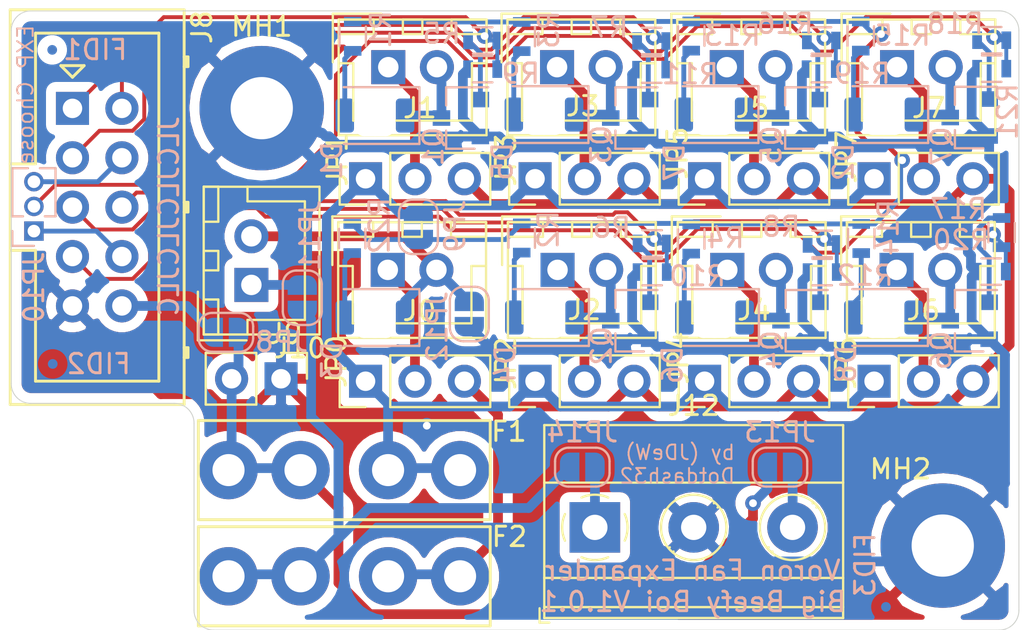
<source format=kicad_pcb>
(kicad_pcb (version 20171130) (host pcbnew "(5.1.10-1-10_14)")
  (title_block (rev V1.0.1))
  (layers (0 F.Cu signal) (31 B.Cu signal) (34 B.Paste user) (35 F.Paste user) (36 B.SilkS user) (37 F.SilkS user) (38 B.Mask user) (39 F.Mask user) (44 Edge.Cuts user))
  (net 0 "")
  (net 1 GND)
  (net 2 "Net-(D4-Pad2)")
  (net 3 "Net-(D5-Pad2)")
  (net 4 "Net-(D6-Pad2)")
  (net 5 "Net-(D7-Pad2)")
  (net 6 "Net-(D8-Pad2)")
  (net 7 +24V)
  (net 8 +5V)
  (net 9 /FAN2)
  (net 10 /FAN4)
  (net 11 /FAN5)
  (net 12 /FAN3)
  (net 13 /FAN6)
  (net 14 "Net-(Q1-Pad1)")
  (net 15 "Net-(Q2-Pad1)")
  (net 16 "Net-(Q3-Pad1)")
  (net 17 "Net-(Q4-Pad1)")
  (net 18 "Net-(Q5-Pad1)")
  (net 19 /F1V)
  (net 20 /F2V)
  (net 21 /F3V)
  (net 22 /F4V)
  (net 23 /F6V)
  (net 24 /24V_unFused)
  (net 25 /FAN7)
  (net 26 /5V_unFused)
  (net 27 /LED_Drive)
  (net 28 /FAN1_Dr)
  (net 29 "Net-(D1-Pad2)")
  (net 30 /FAN7_Dr)
  (net 31 "Net-(D2-Pad2)")
  (net 32 /FAN2_Dr)
  (net 33 /FAN3_Dr)
  (net 34 /FAN4_Dr)
  (net 35 /FAN5_Dr)
  (net 36 /FAN6_Dr)
  (net 37 /F5V)
  (net 38 /FAN1)
  (net 39 /5V_EXP)
  (net 40 "Net-(Q6-Pad1)")
  (net 41 "Net-(Q7-Pad1)")
  (net 42 /F7V)
  (net 43 /FAN0_Dr)
  (net 44 "Net-(D3-Pad2)")
  (net 45 /F0V)
  (net 46 "Net-(J8-Pad4)")
  (net 47 "Net-(J8-Pad8)")
  (net 48 /24V_F0)
  (net 49 /5V_Screw)
  (net 50 /24v_Screw)
  (module Jumper:SolderJumper-2_P1.3mm_Open_RoundedPad1.0x1.5mm (layer B.Cu) (at 60.6806 62.7357 270)
    (fp_text reference JP12 (at 0.6627 1.651 270) (layer B.SilkS) (effects (justify mirror)))
    (fp_text value FAN0_CTRL)
    (pad 2 smd custom (at 0.65 0 270) (size 1 0.5) (layers B.Cu B.Mask) (net 1 GND) (options (clearance outline) (anchor rect)) (primitives (gr_circle (center 0 -0.25) (end 0.5 -0.25) (width 0)) (gr_circle (center 0 0.25) (end 0.5 0.25) (width 0)) (gr_poly (pts (xy 0 0.75) (xy -0.5 0.75) (xy -0.5 -0.75) (xy 0 -0.75)) (width 0))))
    (pad 1 smd custom (at -0.65 0 270) (size 1 0.5) (layers B.Cu B.Mask) (net 43 /FAN0_Dr) (options (clearance outline) (anchor rect)) (primitives (gr_circle (center 0 -0.25) (end 0.5 -0.25) (width 0)) (gr_circle (center 0 0.25) (end 0.5 0.25) (width 0)) (gr_poly (pts (xy 0 0.75) (xy 0.5 0.75) (xy 0.5 -0.75) (xy 0 -0.75)) (width 0))))
  )
  (module Jumper:SolderJumper-2_P1.3mm_Open_RoundedPad1.0x1.5mm (layer B.Cu) (at 66.4868 70.612 180)
    (fp_text reference JP14 (at 0 1.8) (layer B.SilkS) (effects (justify mirror)))
    (fp_text value 24V_Term)
    (pad 2 smd custom (at 0.65 0 180) (size 1 0.5) (layers B.Cu B.Mask) (net 24 /24V_unFused) (options (clearance outline) (anchor rect)) (primitives (gr_circle (center 0 -0.25) (end 0.5 -0.25) (width 0)) (gr_circle (center 0 0.25) (end 0.5 0.25) (width 0)) (gr_poly (pts (xy 0 0.75) (xy -0.5 0.75) (xy -0.5 -0.75) (xy 0 -0.75)) (width 0))))
    (pad 1 smd custom (at -0.65 0 180) (size 1 0.5) (layers B.Cu B.Mask) (net 50 /24v_Screw) (options (clearance outline) (anchor rect)) (primitives (gr_circle (center 0 -0.25) (end 0.5 -0.25) (width 0)) (gr_circle (center 0 0.25) (end 0.5 0.25) (width 0)) (gr_poly (pts (xy 0 0.75) (xy 0.5 0.75) (xy 0.5 -0.75) (xy 0 -0.75)) (width 0))))
  )
  (module Jumper:SolderJumper-2_P1.3mm_Open_RoundedPad1.0x1.5mm (layer B.Cu) (at 76.6468 70.612 180)
    (fp_text reference JP13 (at 0 1.8) (layer B.SilkS) (effects (justify mirror)))
    (fp_text value 5V_Term)
    (pad 2 smd custom (at 0.65 0 180) (size 1 0.5) (layers B.Cu B.Mask) (net 26 /5V_unFused) (options (clearance outline) (anchor rect)) (primitives (gr_circle (center 0 -0.25) (end 0.5 -0.25) (width 0)) (gr_circle (center 0 0.25) (end 0.5 0.25) (width 0)) (gr_poly (pts (xy 0 0.75) (xy -0.5 0.75) (xy -0.5 -0.75) (xy 0 -0.75)) (width 0))))
    (pad 1 smd custom (at -0.65 0 180) (size 1 0.5) (layers B.Cu B.Mask) (net 49 /5V_Screw) (options (clearance outline) (anchor rect)) (primitives (gr_circle (center 0 -0.25) (end 0.5 -0.25) (width 0)) (gr_circle (center 0 0.25) (end 0.5 0.25) (width 0)) (gr_poly (pts (xy 0 0.75) (xy 0.5 0.75) (xy 0.5 -0.75) (xy 0 -0.75)) (width 0))))
  )
  (module Jumper:SolderJumper-2_P1.3mm_Pasted_RoundedPad1.0x1.5mm (layer B.Cu) (at 48.1688 63.6778)
    (fp_text reference JP8 (at 2.8598 0.4826) (layer B.SilkS) (effects (justify mirror)))
    (fp_text value 5V_EXP_CONN)
    (pad 1 smd custom (at -0.65 0) (size 1 0.5) (layers B.Cu B.Paste B.Mask) (net 39 /5V_EXP) (options (clearance outline) (anchor rect)) (primitives (gr_circle (center 0 -0.25) (end 0.5 -0.25) (width 0)) (gr_circle (center 0 0.25) (end 0.5 0.25) (width 0)) (gr_poly (pts (xy 0 0.75) (xy 0.5 0.75) (xy 0.5 -0.75) (xy 0 -0.75)) (width 0))))
    (pad 2 smd custom (at 0.65 0) (size 1 0.5) (layers B.Cu B.Paste B.Mask) (net 26 /5V_unFused) (options (clearance outline) (anchor rect)) (primitives (gr_circle (center 0 -0.25) (end 0.5 -0.25) (width 0)) (gr_circle (center 0 0.25) (end 0.5 0.25) (width 0)) (gr_poly (pts (xy 0 0.75) (xy -0.5 0.75) (xy -0.5 -0.75) (xy 0 -0.75)) (width 0))))
  )
  (module Jumper:SolderJumper-2_P1.3mm_Pasted_RoundedPad1.0x1.5mm (layer B.Cu) (at 58.0644 58.2526 270)
    (fp_text reference JP9 (at -0.0404 -1.8796 90) (layer B.SilkS) (effects (justify mirror)))
    (fp_text value LED_ENABLE)
    (pad 1 smd custom (at -0.65 0 270) (size 1 0.5) (layers B.Cu B.Paste B.Mask) (net 8 +5V) (options (clearance outline) (anchor rect)) (primitives (gr_circle (center 0 -0.25) (end 0.5 -0.25) (width 0)) (gr_circle (center 0 0.25) (end 0.5 0.25) (width 0)) (gr_poly (pts (xy 0 0.75) (xy 0.5 0.75) (xy 0.5 -0.75) (xy 0 -0.75)) (width 0))))
    (pad 2 smd custom (at 0.65 0 270) (size 1 0.5) (layers B.Cu B.Paste B.Mask) (net 27 /LED_Drive) (options (clearance outline) (anchor rect)) (primitives (gr_circle (center 0 -0.25) (end 0.5 -0.25) (width 0)) (gr_circle (center 0 0.25) (end 0.5 0.25) (width 0)) (gr_poly (pts (xy 0 0.75) (xy -0.5 0.75) (xy -0.5 -0.75) (xy 0 -0.75)) (width 0))))
  )
  (module Jumper:SolderJumper-2_P1.3mm_Pasted_RoundedPad1.0x1.5mm (layer B.Cu) (at 52.0954 61.8998 270)
    (fp_text reference JP11 (at -3.2004 -0.4064 90) (layer B.SilkS) (effects (justify mirror)))
    (fp_text value Fan0_PWR)
    (pad 1 smd custom (at -0.65 0 270) (size 1 0.5) (layers B.Cu B.Paste B.Mask) (net 48 /24V_F0) (options (clearance outline) (anchor rect)) (primitives (gr_circle (center 0 -0.25) (end 0.5 -0.25) (width 0)) (gr_circle (center 0 0.25) (end 0.5 0.25) (width 0)) (gr_poly (pts (xy 0 0.75) (xy 0.5 0.75) (xy 0.5 -0.75) (xy 0 -0.75)) (width 0))))
    (pad 2 smd custom (at 0.65 0 270) (size 1 0.5) (layers B.Cu B.Paste B.Mask) (net 24 /24V_unFused) (options (clearance outline) (anchor rect)) (primitives (gr_circle (center 0 -0.25) (end 0.5 -0.25) (width 0)) (gr_circle (center 0 0.25) (end 0.5 0.25) (width 0)) (gr_poly (pts (xy 0 0.75) (xy -0.5 0.75) (xy -0.5 -0.75) (xy 0 -0.75)) (width 0))))
  )
  (module LED_SMD:LED_1206_3216Metric_ReverseMount_Hole2.1x2.1mm (layer B.Cu) (at 81.9658 62.9158 180)
    (fp_text reference D8 (at 1.9304 -2.3876 90) (layer B.SilkS) (effects (justify mirror)))
    (fp_text value LED)
    (pad "" np_thru_hole oval (at 0 0.55 180) (size 2.1 1) (drill oval 2.1 1) (layers *.Cu *.Mask))
    (pad "" np_thru_hole oval (at 0 -0.55 180) (size 2.1 1) (drill oval 2.1 1) (layers *.Cu *.Mask))
    (pad "" np_thru_hole oval (at 0.55 0 180) (size 1 2.1) (drill oval 1 2.1) (layers *.Cu *.Mask))
    (pad "" np_thru_hole oval (at -0.55 0 180) (size 1 2.1) (drill oval 1 2.1) (layers *.Cu *.Mask))
    (pad "" np_thru_hole oval (at 0 0 180) (size 2.1 2.1) (drill oval 2.1) (layers *.Cu *.Mask))
    (pad 2 smd roundrect (at 1.55 0 180) (size 0.95 1.75) (layers B.Cu B.Paste B.Mask) (roundrect_rratio 0.2) (net 6 "Net-(D8-Pad2)"))
    (pad 1 smd roundrect (at -1.55 0 180) (size 0.95 1.75) (layers B.Cu B.Paste B.Mask) (roundrect_rratio 0.2) (net 36 /FAN6_Dr))
  )
  (module LED_SMD:LED_1206_3216Metric_ReverseMount_Hole2.1x2.1mm (layer B.Cu) (at 73.2536 52.4764 180)
    (fp_text reference D7 (at 2.032 -2.4638 90) (layer B.SilkS) (effects (justify mirror)))
    (fp_text value LED)
    (pad "" np_thru_hole oval (at 0 0.55 180) (size 2.1 1) (drill oval 2.1 1) (layers *.Cu *.Mask))
    (pad "" np_thru_hole oval (at 0 -0.55 180) (size 2.1 1) (drill oval 2.1 1) (layers *.Cu *.Mask))
    (pad "" np_thru_hole oval (at 0.55 0 180) (size 1 2.1) (drill oval 1 2.1) (layers *.Cu *.Mask))
    (pad "" np_thru_hole oval (at -0.55 0 180) (size 1 2.1) (drill oval 1 2.1) (layers *.Cu *.Mask))
    (pad "" np_thru_hole oval (at 0 0 180) (size 2.1 2.1) (drill oval 2.1) (layers *.Cu *.Mask))
    (pad 2 smd roundrect (at 1.55 0 180) (size 0.95 1.75) (layers B.Cu B.Paste B.Mask) (roundrect_rratio 0.2) (net 5 "Net-(D7-Pad2)"))
    (pad 1 smd roundrect (at -1.55 0 180) (size 0.95 1.75) (layers B.Cu B.Paste B.Mask) (roundrect_rratio 0.2) (net 35 /FAN5_Dr))
  )
  (module LED_SMD:LED_1206_3216Metric_ReverseMount_Hole2.1x2.1mm (layer B.Cu) (at 73.279 62.9158 180)
    (fp_text reference D6 (at 2.159 -2.4384 90) (layer B.SilkS) (effects (justify mirror)))
    (fp_text value LED)
    (pad "" np_thru_hole oval (at 0 0.55 180) (size 2.1 1) (drill oval 2.1 1) (layers *.Cu *.Mask))
    (pad "" np_thru_hole oval (at 0 -0.55 180) (size 2.1 1) (drill oval 2.1 1) (layers *.Cu *.Mask))
    (pad "" np_thru_hole oval (at 0.55 0 180) (size 1 2.1) (drill oval 1 2.1) (layers *.Cu *.Mask))
    (pad "" np_thru_hole oval (at -0.55 0 180) (size 1 2.1) (drill oval 1 2.1) (layers *.Cu *.Mask))
    (pad "" np_thru_hole oval (at 0 0 180) (size 2.1 2.1) (drill oval 2.1) (layers *.Cu *.Mask))
    (pad 2 smd roundrect (at 1.55 0 180) (size 0.95 1.75) (layers B.Cu B.Paste B.Mask) (roundrect_rratio 0.2) (net 4 "Net-(D6-Pad2)"))
    (pad 1 smd roundrect (at -1.55 0 180) (size 0.95 1.75) (layers B.Cu B.Paste B.Mask) (roundrect_rratio 0.2) (net 34 /FAN4_Dr))
  )
  (module LED_SMD:LED_1206_3216Metric_ReverseMount_Hole2.1x2.1mm (layer B.Cu) (at 64.5166 52.4764 180)
    (fp_text reference D5 (at 2.1342 -2.413 90) (layer B.SilkS) (effects (justify mirror)))
    (fp_text value LED)
    (pad "" np_thru_hole oval (at 0 0.55 180) (size 2.1 1) (drill oval 2.1 1) (layers *.Cu *.Mask))
    (pad "" np_thru_hole oval (at 0 -0.55 180) (size 2.1 1) (drill oval 2.1 1) (layers *.Cu *.Mask))
    (pad "" np_thru_hole oval (at 0.55 0 180) (size 1 2.1) (drill oval 1 2.1) (layers *.Cu *.Mask))
    (pad "" np_thru_hole oval (at -0.55 0 180) (size 1 2.1) (drill oval 1 2.1) (layers *.Cu *.Mask))
    (pad "" np_thru_hole oval (at 0 0 180) (size 2.1 2.1) (drill oval 2.1) (layers *.Cu *.Mask))
    (pad 2 smd roundrect (at 1.55 0 180) (size 0.95 1.75) (layers B.Cu B.Paste B.Mask) (roundrect_rratio 0.2) (net 3 "Net-(D5-Pad2)"))
    (pad 1 smd roundrect (at -1.55 0 180) (size 0.95 1.75) (layers B.Cu B.Paste B.Mask) (roundrect_rratio 0.2) (net 33 /FAN3_Dr))
  )
  (module LED_SMD:LED_1206_3216Metric_ReverseMount_Hole2.1x2.1mm (layer B.Cu) (at 64.5414 62.9158 180)
    (fp_text reference D4 (at 2.0066 -2.413 90) (layer B.SilkS) (effects (justify mirror)))
    (fp_text value LED)
    (pad "" np_thru_hole oval (at 0 0.55 180) (size 2.1 1) (drill oval 2.1 1) (layers *.Cu *.Mask))
    (pad "" np_thru_hole oval (at 0 -0.55 180) (size 2.1 1) (drill oval 2.1 1) (layers *.Cu *.Mask))
    (pad "" np_thru_hole oval (at 0.55 0 180) (size 1 2.1) (drill oval 1 2.1) (layers *.Cu *.Mask))
    (pad "" np_thru_hole oval (at -0.55 0 180) (size 1 2.1) (drill oval 1 2.1) (layers *.Cu *.Mask))
    (pad "" np_thru_hole oval (at 0 0 180) (size 2.1 2.1) (drill oval 2.1) (layers *.Cu *.Mask))
    (pad 2 smd roundrect (at 1.55 0 180) (size 0.95 1.75) (layers B.Cu B.Paste B.Mask) (roundrect_rratio 0.2) (net 2 "Net-(D4-Pad2)"))
    (pad 1 smd roundrect (at -1.55 0 180) (size 0.95 1.75) (layers B.Cu B.Paste B.Mask) (roundrect_rratio 0.2) (net 32 /FAN2_Dr))
  )
  (module LED_SMD:LED_1206_3216Metric_ReverseMount_Hole2.1x2.1mm (layer B.Cu) (at 55.8292 62.9158 180)
    (fp_text reference D3 (at 2.2098 -2.2098 90) (layer B.SilkS) (effects (justify mirror)))
    (fp_text value LED)
    (pad "" np_thru_hole oval (at 0 0.55 180) (size 2.1 1) (drill oval 2.1 1) (layers *.Cu *.Mask))
    (pad "" np_thru_hole oval (at 0 -0.55 180) (size 2.1 1) (drill oval 2.1 1) (layers *.Cu *.Mask))
    (pad "" np_thru_hole oval (at 0.55 0 180) (size 1 2.1) (drill oval 1 2.1) (layers *.Cu *.Mask))
    (pad "" np_thru_hole oval (at -0.55 0 180) (size 1 2.1) (drill oval 1 2.1) (layers *.Cu *.Mask))
    (pad "" np_thru_hole oval (at 0 0 180) (size 2.1 2.1) (drill oval 2.1) (layers *.Cu *.Mask))
    (pad 2 smd roundrect (at 1.55 0 180) (size 0.95 1.75) (layers B.Cu B.Paste B.Mask) (roundrect_rratio 0.2) (net 44 "Net-(D3-Pad2)"))
    (pad 1 smd roundrect (at -1.55 0 180) (size 0.95 1.75) (layers B.Cu B.Paste B.Mask) (roundrect_rratio 0.2) (net 43 /FAN0_Dr))
  )
  (module LED_SMD:LED_1206_3216Metric_ReverseMount_Hole2.1x2.1mm (layer B.Cu) (at 81.9785 52.4764 180)
    (fp_text reference D2 (at 2.0701 -2.4384 90) (layer B.SilkS) (effects (justify mirror)))
    (fp_text value LED)
    (pad "" np_thru_hole oval (at 0 0.55 180) (size 2.1 1) (drill oval 2.1 1) (layers *.Cu *.Mask))
    (pad "" np_thru_hole oval (at 0 -0.55 180) (size 2.1 1) (drill oval 2.1 1) (layers *.Cu *.Mask))
    (pad "" np_thru_hole oval (at 0.55 0 180) (size 1 2.1) (drill oval 1 2.1) (layers *.Cu *.Mask))
    (pad "" np_thru_hole oval (at -0.55 0 180) (size 1 2.1) (drill oval 1 2.1) (layers *.Cu *.Mask))
    (pad "" np_thru_hole oval (at 0 0 180) (size 2.1 2.1) (drill oval 2.1) (layers *.Cu *.Mask))
    (pad 2 smd roundrect (at 1.55 0 180) (size 0.95 1.75) (layers B.Cu B.Paste B.Mask) (roundrect_rratio 0.2) (net 31 "Net-(D2-Pad2)"))
    (pad 1 smd roundrect (at -1.55 0 180) (size 0.95 1.75) (layers B.Cu B.Paste B.Mask) (roundrect_rratio 0.2) (net 30 /FAN7_Dr))
  )
  (module LED_SMD:LED_1206_3216Metric_ReverseMount_Hole2.1x2.1mm (layer B.Cu) (at 55.8292 52.5272 180)
    (fp_text reference D1 (at 2.2098 -2.3114 90) (layer B.SilkS) (effects (justify mirror)))
    (fp_text value LED)
    (pad "" np_thru_hole oval (at 0 0.55 180) (size 2.1 1) (drill oval 2.1 1) (layers *.Cu *.Mask))
    (pad "" np_thru_hole oval (at 0 -0.55 180) (size 2.1 1) (drill oval 2.1 1) (layers *.Cu *.Mask))
    (pad "" np_thru_hole oval (at 0.55 0 180) (size 1 2.1) (drill oval 1 2.1) (layers *.Cu *.Mask))
    (pad "" np_thru_hole oval (at -0.55 0 180) (size 1 2.1) (drill oval 1 2.1) (layers *.Cu *.Mask))
    (pad "" np_thru_hole oval (at 0 0 180) (size 2.1 2.1) (drill oval 2.1) (layers *.Cu *.Mask))
    (pad 2 smd roundrect (at 1.55 0 180) (size 0.95 1.75) (layers B.Cu B.Paste B.Mask) (roundrect_rratio 0.2) (net 29 "Net-(D1-Pad2)"))
    (pad 1 smd roundrect (at -1.55 0 180) (size 0.95 1.75) (layers B.Cu B.Paste B.Mask) (roundrect_rratio 0.2) (net 28 /FAN1_Dr))
  )
  (module Fiducials:Fiducial_0.5mm_Dia_1mm_Outer (layer B.Cu) (at 82.0928 77.8002)
    (fp_text reference FID3 (at -1.0668 -2.159 90) (layer B.SilkS) (effects (justify mirror)))
    (fp_text value Fiducial)
    (pad ~ smd circle (at 0 0) (size 0.5 0.5) (layers B.Cu B.Mask) (clearance 0.25))
  )
  (module Fiducials:Fiducial_0.5mm_Dia_1mm_Outer (layer B.Cu) (at 39.2684 65.3034)
    (fp_text reference FID2 (at 2.3622 0) (layer B.SilkS) (effects (justify mirror)))
    (fp_text value Fiducial)
    (pad ~ smd circle (at 0 0) (size 0.5 0.5) (layers B.Cu B.Mask) (clearance 0.25))
  )
  (module Fiducials:Fiducial_0.5mm_Dia_1mm_Outer (layer B.Cu) (at 39.243 49.149)
    (fp_text reference FID1 (at 2.2098 0) (layer B.SilkS) (effects (justify mirror)))
    (fp_text value Fiducial)
    (pad ~ smd circle (at 0 0) (size 0.5 0.5) (layers B.Cu B.Mask) (clearance 0.25))
  )
  (module TerminalBlock_Pheonix:TerminalBlock_Phoenix_MKDS-1,5-3-5.08_1x03_P5.08mm_Horizontal (layer F.Cu) (at 67.1322 73.7108)
    (fp_text reference J12 (at 5.08 -6.26) (layer F.SilkS))
    (fp_text value HI_PWR2)
    (pad 3 thru_hole circle (at 10.16 0) (size 2.6 2.6) (drill 1.3) (layers *.Cu *.Mask) (net 49 /5V_Screw))
    (pad 2 thru_hole circle (at 5.08 0) (size 2.6 2.6) (drill 1.3) (layers *.Cu *.Mask) (net 1 GND))
    (pad 1 thru_hole rect (at 0 0) (size 2.6 2.6) (drill 1.3) (layers *.Cu *.Mask) (net 50 /24v_Screw))
  )
  (module Pin_Headers:Pin_Header_Straight_1x03_Pitch1.27mm (layer B.Cu) (at 38.3032 58.4708)
    (fp_text reference JP10 (at 0 2.8956 90) (layer B.SilkS) (effects (justify mirror)))
    (fp_text value FAN_SEL)
    (pad 1 thru_hole rect (at 0 0) (size 1 1) (drill 0.65) (layers *.Cu *.Mask) (net 47 "Net-(J8-Pad8)"))
    (pad 2 thru_hole oval (at 0 -1.27) (size 1 1) (drill 0.65) (layers *.Cu *.Mask) (net 25 /FAN7))
    (pad 3 thru_hole oval (at 0 -2.54) (size 1 1) (drill 0.65) (layers *.Cu *.Mask) (net 46 "Net-(J8-Pad4)"))
  )
  (module Fuse:Fuseholder_Blade_Mini_Keystone_3544 (layer F.Cu) (at 54.2544 70.7644 180)
    (fp_text reference F1 (at -8.4582 1.9812) (layer F.SilkS))
    (fp_text value ATM-Fuse)
    (pad 2 thru_hole circle (at 5.95 0 180) (size 3 3) (drill 1.65) (layers *.Cu *.Mask) (net 26 /5V_unFused))
    (pad 2 thru_hole circle (at 2.25 0 180) (size 3 3) (drill 1.65) (layers *.Cu *.Mask) (net 26 /5V_unFused))
    (pad 1 thru_hole circle (at -2.25 0 180) (size 3 3) (drill 1.65) (layers *.Cu *.Mask) (net 8 +5V))
    (pad 1 thru_hole circle (at -5.95 0 180) (size 3 3) (drill 1.65) (layers *.Cu *.Mask) (net 8 +5V))
  )
  (module Fuse:Fuseholder_Blade_Mini_Keystone_3544 (layer F.Cu) (at 54.2544 76.2254 180)
    (fp_text reference F2 (at -8.4836 2.032) (layer F.SilkS))
    (fp_text value ATM-Fuse)
    (pad 2 thru_hole circle (at 5.95 0 180) (size 3 3) (drill 1.65) (layers *.Cu *.Mask) (net 24 /24V_unFused))
    (pad 2 thru_hole circle (at 2.25 0 180) (size 3 3) (drill 1.65) (layers *.Cu *.Mask) (net 24 /24V_unFused))
    (pad 1 thru_hole circle (at -2.25 0 180) (size 3 3) (drill 1.65) (layers *.Cu *.Mask) (net 7 +24V))
    (pad 1 thru_hole circle (at -5.95 0 180) (size 3 3) (drill 1.65) (layers *.Cu *.Mask) (net 7 +24V))
  )
  (module Connectors_Multicomp:Multicomp_MC9A12-1034_2x05x2.54mm_Straight (layer F.Cu) (at 40.2844 52.1589 270)
    (fp_text reference J8 (at -4.1783 -6.6548 90) (layer F.SilkS))
    (fp_text value EXPx_IN)
    (pad 1 thru_hole rect (at 0 0 270) (size 1.7 1.7) (drill 1) (layers *.Cu *.Mask) (net 38 /FAN1))
    (pad 2 thru_hole circle (at 0 -2.54 270) (size 1.7 1.7) (drill 1) (layers *.Cu *.Mask) (net 12 /FAN3))
    (pad 3 thru_hole circle (at 2.54 0 270) (size 1.7 1.7) (drill 1) (layers *.Cu *.Mask) (net 11 /FAN5))
    (pad 4 thru_hole circle (at 2.54 -2.54 270) (size 1.7 1.7) (drill 1) (layers *.Cu *.Mask) (net 46 "Net-(J8-Pad4)"))
    (pad 5 thru_hole circle (at 5.08 0 270) (size 1.7 1.7) (drill 1) (layers *.Cu *.Mask) (net 10 /FAN4))
    (pad 6 thru_hole circle (at 5.08 -2.54 270) (size 1.7 1.7) (drill 1) (layers *.Cu *.Mask) (net 9 /FAN2))
    (pad 7 thru_hole circle (at 7.62 0 270) (size 1.7 1.7) (drill 1) (layers *.Cu *.Mask) (net 13 /FAN6))
    (pad 8 thru_hole circle (at 7.62 -2.54 270) (size 1.7 1.7) (drill 1) (layers *.Cu *.Mask) (net 47 "Net-(J8-Pad8)"))
    (pad 9 thru_hole circle (at 10.16 0 270) (size 1.7 1.7) (drill 1) (layers *.Cu *.Mask) (net 1 GND))
    (pad 10 thru_hole circle (at 10.16 -2.54 270) (size 1.7 1.7) (drill 1) (layers *.Cu *.Mask) (net 39 /5V_EXP))
  )
  (module Connectors_JST:JST_XH_B02B-XH-A_02x2.50mm_Straight (layer F.Cu) (at 65.1891 50.038)
    (fp_text reference J3 (at 1.3208 2.0066 180) (layer F.SilkS))
    (fp_text value JST-XH2)
    (pad 1 thru_hole rect (at 0 0) (size 1.75 1.75) (drill 1.05) (layers *.Cu *.Mask) (net 21 /F3V))
    (pad 2 thru_hole circle (at 2.5 0) (size 1.75 1.75) (drill 1.05) (layers *.Cu *.Mask) (net 33 /FAN3_Dr))
  )
  (module Mounting_Holes:MountingHole_3.2mm_M3_Pad (layer F.Cu) (at 50.0126 52.1462)
    (fp_text reference MH1 (at 0 -4.2) (layer F.SilkS))
    (fp_text value MountingHole)
    (pad 1 thru_hole circle (at 0 0) (size 6.4 6.4) (drill 3.2) (layers *.Cu *.Mask) (net 1 GND))
  )
  (module Pin_Headers:Pin_Header_Straight_1x02_Pitch2.54mm (layer F.Cu) (at 51.0032 66.0654 270)
    (fp_text reference J9 (at -2.3114 -0.2286 180) (layer F.SilkS))
    (fp_text value 5V_In)
    (pad 1 thru_hole rect (at 0 0 270) (size 1.7 1.7) (drill 1) (layers *.Cu *.Mask) (net 1 GND))
    (pad 2 thru_hole oval (at 0 2.54 270) (size 1.7 1.7) (drill 1) (layers *.Cu *.Mask) (net 26 /5V_unFused))
  )
  (module Resistors_SMD:R_0603 (layer B.Cu) (at 54.6608 58.8518 90)
    (fp_text reference R22 (at 0.6604 1.397 90) (layer B.SilkS) (effects (justify mirror)))
    (fp_text value 560R)
    (pad 2 smd rect (at 0.75 0 90) (size 0.5 0.9) (layers B.Cu B.Paste B.Mask) (net 27 /LED_Drive))
    (pad 1 smd rect (at -0.75 0 90) (size 0.5 0.9) (layers B.Cu B.Paste B.Mask) (net 44 "Net-(D3-Pad2)"))
  )
  (module Resistors_SMD:R_0603 (layer B.Cu) (at 78.7654 50.1396)
    (fp_text reference R19 (at 2.1082 0.2286) (layer B.SilkS) (effects (justify mirror)))
    (fp_text value 100k)
    (pad 1 smd rect (at -0.75 0) (size 0.5 0.9) (layers B.Cu B.Paste B.Mask) (net 1 GND))
    (pad 2 smd rect (at 0.75 0) (size 0.5 0.9) (layers B.Cu B.Paste B.Mask) (net 11 /FAN5))
  )
  (module Resistors_SMD:R_0603 (layer B.Cu) (at 88.0364 58.547 270)
    (fp_text reference R17 (at -1.2192 2.2098 180) (layer B.SilkS) (effects (justify mirror)))
    (fp_text value 100R)
    (pad 1 smd rect (at -0.75 0 270) (size 0.5 0.9) (layers B.Cu B.Paste B.Mask) (net 40 "Net-(Q6-Pad1)"))
    (pad 2 smd rect (at 0.75 0 270) (size 0.5 0.9) (layers B.Cu B.Paste B.Mask) (net 13 /FAN6))
  )
  (module Resistors_SMD:R_0603 (layer B.Cu) (at 78.7788 48.6664)
    (fp_text reference R16 (at -1.8676 -0.8636) (layer B.SilkS) (effects (justify mirror)))
    (fp_text value 100R)
    (pad 1 smd rect (at -0.75 0) (size 0.5 0.9) (layers B.Cu B.Paste B.Mask) (net 18 "Net-(Q5-Pad1)"))
    (pad 2 smd rect (at 0.75 0) (size 0.5 0.9) (layers B.Cu B.Paste B.Mask) (net 11 /FAN5))
  )
  (module Resistors_SMD:R_0603 (layer B.Cu) (at 80.8228 58.8518 90)
    (fp_text reference R14 (at 0.5588 1.397 270) (layer B.SilkS) (effects (justify mirror)))
    (fp_text value 560R)
    (pad 1 smd rect (at -0.75 0 90) (size 0.5 0.9) (layers B.Cu B.Paste B.Mask) (net 6 "Net-(D8-Pad2)"))
    (pad 2 smd rect (at 0.75 0 90) (size 0.5 0.9) (layers B.Cu B.Paste B.Mask) (net 27 /LED_Drive))
  )
  (module Resistors_SMD:R_0603 (layer B.Cu) (at 72.0852 48.4378 90)
    (fp_text reference R13 (at 0.0254 2.1082) (layer B.SilkS) (effects (justify mirror)))
    (fp_text value 560R)
    (pad 1 smd rect (at -0.75 0 90) (size 0.5 0.9) (layers B.Cu B.Paste B.Mask) (net 5 "Net-(D7-Pad2)"))
    (pad 2 smd rect (at 0.75 0 90) (size 0.5 0.9) (layers B.Cu B.Paste B.Mask) (net 27 /LED_Drive))
  )
  (module Resistors_SMD:R_0603 (layer B.Cu) (at 78.8162 60.579)
    (fp_text reference R12 (at 2.2098 0.1778 180) (layer B.SilkS) (effects (justify mirror)))
    (fp_text value 100k)
    (pad 1 smd rect (at -0.75 0) (size 0.5 0.9) (layers B.Cu B.Paste B.Mask) (net 1 GND))
    (pad 2 smd rect (at 0.75 0) (size 0.5 0.9) (layers B.Cu B.Paste B.Mask) (net 10 /FAN4))
  )
  (module Resistors_SMD:R_0603 (layer B.Cu) (at 70.0532 50.165)
    (fp_text reference R11 (at 1.9812 0.2286) (layer B.SilkS) (effects (justify mirror)))
    (fp_text value 100k)
    (pad 1 smd rect (at -0.75 0) (size 0.5 0.9) (layers B.Cu B.Paste B.Mask) (net 1 GND))
    (pad 2 smd rect (at 0.75 0) (size 0.5 0.9) (layers B.Cu B.Paste B.Mask) (net 12 /FAN3))
  )
  (module Resistors_SMD:R_0603 (layer B.Cu) (at 70.0786 60.579 180)
    (fp_text reference R10 (at -2.3368 -0.2032 180) (layer B.SilkS) (effects (justify mirror)))
    (fp_text value 100k)
    (pad 1 smd rect (at -0.75 0 180) (size 0.5 0.9) (layers B.Cu B.Paste B.Mask) (net 9 /FAN2))
    (pad 2 smd rect (at 0.75 0 180) (size 0.5 0.9) (layers B.Cu B.Paste B.Mask) (net 1 GND))
  )
  (module Resistors_SMD:R_0603 (layer B.Cu) (at 61.3664 50.1396 180)
    (fp_text reference R9 (at -1.9558 -0.2286 180) (layer B.SilkS) (effects (justify mirror)))
    (fp_text value 100k)
    (pad 1 smd rect (at -0.75 0 180) (size 0.5 0.9) (layers B.Cu B.Paste B.Mask) (net 38 /FAN1))
    (pad 2 smd rect (at 0.75 0 180) (size 0.5 0.9) (layers B.Cu B.Paste B.Mask) (net 1 GND))
  )
  (module Resistors_SMD:R_0603 (layer B.Cu) (at 78.8162 59.1312)
    (fp_text reference R8 (at -2.1082 -0.889 180) (layer B.SilkS) (effects (justify mirror)))
    (fp_text value 100R)
    (pad 1 smd rect (at -0.75 0) (size 0.5 0.9) (layers B.Cu B.Paste B.Mask) (net 17 "Net-(Q4-Pad1)"))
    (pad 2 smd rect (at 0.75 0) (size 0.5 0.9) (layers B.Cu B.Paste B.Mask) (net 10 /FAN4))
  )
  (module Resistors_SMD:R_0603 (layer B.Cu) (at 70.0532 48.6918)
    (fp_text reference R7 (at -2.1844 -0.7112 180) (layer B.SilkS) (effects (justify mirror)))
    (fp_text value 100R)
    (pad 1 smd rect (at -0.75 0) (size 0.5 0.9) (layers B.Cu B.Paste B.Mask) (net 16 "Net-(Q3-Pad1)"))
    (pad 2 smd rect (at 0.75 0) (size 0.5 0.9) (layers B.Cu B.Paste B.Mask) (net 12 /FAN3))
  )
  (module Resistors_SMD:R_0603 (layer B.Cu) (at 70.0786 59.1058)
    (fp_text reference R6 (at -2.0828 -0.8128 180) (layer B.SilkS) (effects (justify mirror)))
    (fp_text value 100R)
    (pad 1 smd rect (at -0.75 0) (size 0.5 0.9) (layers B.Cu B.Paste B.Mask) (net 15 "Net-(Q2-Pad1)"))
    (pad 2 smd rect (at 0.75 0) (size 0.5 0.9) (layers B.Cu B.Paste B.Mask) (net 9 /FAN2))
  )
  (module Resistors_SMD:R_0603 (layer B.Cu) (at 61.3664 48.6664)
    (fp_text reference R5 (at -2.1082 -0.3556 180) (layer B.SilkS) (effects (justify mirror)))
    (fp_text value 100R)
    (pad 1 smd rect (at -0.75 0) (size 0.5 0.9) (layers B.Cu B.Paste B.Mask) (net 14 "Net-(Q1-Pad1)"))
    (pad 2 smd rect (at 0.75 0) (size 0.5 0.9) (layers B.Cu B.Paste B.Mask) (net 38 /FAN1))
  )
  (module Resistors_SMD:R_0603 (layer B.Cu) (at 72.0852 58.8772 90)
    (fp_text reference R4 (at 0.0508 1.7526 180) (layer B.SilkS) (effects (justify mirror)))
    (fp_text value 560R)
    (pad 1 smd rect (at -0.75 0 90) (size 0.5 0.9) (layers B.Cu B.Paste B.Mask) (net 4 "Net-(D6-Pad2)"))
    (pad 2 smd rect (at 0.75 0 90) (size 0.5 0.9) (layers B.Cu B.Paste B.Mask) (net 27 /LED_Drive))
  )
  (module Resistors_SMD:R_0603 (layer B.Cu) (at 63.373 48.4632 90)
    (fp_text reference R3 (at 0.3556 1.397 270) (layer B.SilkS) (effects (justify mirror)))
    (fp_text value 560R)
    (pad 1 smd rect (at -0.75 0 90) (size 0.5 0.9) (layers B.Cu B.Paste B.Mask) (net 3 "Net-(D5-Pad2)"))
    (pad 2 smd rect (at 0.75 0 90) (size 0.5 0.9) (layers B.Cu B.Paste B.Mask) (net 27 /LED_Drive))
  )
  (module Resistors_SMD:R_0603 (layer B.Cu) (at 63.373 58.8264 90)
    (fp_text reference R2 (at 0.4318 1.3716 90) (layer B.SilkS) (effects (justify mirror)))
    (fp_text value 560R)
    (pad 1 smd rect (at -0.75 0 90) (size 0.5 0.9) (layers B.Cu B.Paste B.Mask) (net 2 "Net-(D4-Pad2)"))
    (pad 2 smd rect (at 0.75 0 90) (size 0.5 0.9) (layers B.Cu B.Paste B.Mask) (net 27 /LED_Drive))
  )
  (module Resistors_SMD:R_0603 (layer B.Cu) (at 54.6862 48.4498 90)
    (fp_text reference R1 (at 0.3556 1.4478 90) (layer B.SilkS) (effects (justify mirror)))
    (fp_text value 560R)
    (pad 1 smd rect (at -0.75 0 90) (size 0.5 0.9) (layers B.Cu B.Paste B.Mask) (net 29 "Net-(D1-Pad2)"))
    (pad 2 smd rect (at 0.75 0 90) (size 0.5 0.9) (layers B.Cu B.Paste B.Mask) (net 27 /LED_Drive))
  )
  (module Resistors_SMD:R_0603 (layer B.Cu) (at 87.5284 50.1142 180)
    (fp_text reference R21 (at -0.8128 -2.2098 270) (layer B.SilkS) (effects (justify mirror)))
    (fp_text value 100k)
    (pad 1 smd rect (at -0.75 0 180) (size 0.5 0.9) (layers B.Cu B.Paste B.Mask) (net 25 /FAN7))
    (pad 2 smd rect (at 0.75 0 180) (size 0.5 0.9) (layers B.Cu B.Paste B.Mask) (net 1 GND))
  )
  (module Resistors_SMD:R_0603 (layer B.Cu) (at 87.503 60.5536 180)
    (fp_text reference R20 (at 1.5494 1.6256 180) (layer B.SilkS) (effects (justify mirror)))
    (fp_text value 100k)
    (pad 1 smd rect (at -0.75 0 180) (size 0.5 0.9) (layers B.Cu B.Paste B.Mask) (net 13 /FAN6))
    (pad 2 smd rect (at 0.75 0 180) (size 0.5 0.9) (layers B.Cu B.Paste B.Mask) (net 1 GND))
  )
  (module Resistors_SMD:R_0603 (layer B.Cu) (at 87.5284 48.653)
    (fp_text reference R18 (at -1.8796 -0.8502 180) (layer B.SilkS) (effects (justify mirror)))
    (fp_text value 100R)
    (pad 1 smd rect (at -0.75 0) (size 0.5 0.9) (layers B.Cu B.Paste B.Mask) (net 41 "Net-(Q7-Pad1)"))
    (pad 2 smd rect (at 0.75 0) (size 0.5 0.9) (layers B.Cu B.Paste B.Mask) (net 25 /FAN7))
  )
  (module Resistors_SMD:R_0603 (layer B.Cu) (at 80.7974 48.4378 90)
    (fp_text reference R15 (at 0.0254 2.1336 180) (layer B.SilkS) (effects (justify mirror)))
    (fp_text value 560R)
    (pad 1 smd rect (at -0.75 0 90) (size 0.5 0.9) (layers B.Cu B.Paste B.Mask) (net 31 "Net-(D2-Pad2)"))
    (pad 2 smd rect (at 0.75 0 90) (size 0.5 0.9) (layers B.Cu B.Paste B.Mask) (net 27 /LED_Drive))
  )
  (module Mounting_Holes:MountingHole_3.2mm_M3_Pad (layer F.Cu) (at 85.0126 74.6462)
    (fp_text reference MH2 (at -2.1738 -3.9326 180) (layer F.SilkS))
    (fp_text value MountingHole)
    (pad 1 thru_hole circle (at 0 0) (size 6.4 6.4) (drill 3.2) (layers *.Cu *.Mask) (net 1 GND))
  )
  (module Pin_Headers:Pin_Header_Straight_1x03_Pitch2.54mm (layer F.Cu) (at 55.3466 66.1924 90)
    (fp_text reference JP0 (at 1.016 -1.4986 270) (layer F.SilkS))
    (fp_text value V_SELECT)
    (pad 1 thru_hole rect (at 0 0 90) (size 1.7 1.7) (drill 1) (layers *.Cu *.Mask) (net 8 +5V))
    (pad 2 thru_hole oval (at 0 2.54 90) (size 1.7 1.7) (drill 1) (layers *.Cu *.Mask) (net 45 /F0V))
    (pad 3 thru_hole oval (at 0 5.08 90) (size 1.7 1.7) (drill 1) (layers *.Cu *.Mask) (net 7 +24V))
  )
  (module Connectors_JST:JST_XH_B02B-XH-A_02x2.50mm_Straight (layer F.Cu) (at 49.4792 61.2394 90)
    (fp_text reference J10 (at -3.2512 2.4892 180) (layer F.SilkS))
    (fp_text value JST-XH2)
    (pad 1 thru_hole rect (at 0 0 90) (size 1.75 1.75) (drill 1.05) (layers *.Cu *.Mask) (net 48 /24V_F0))
    (pad 2 thru_hole circle (at 2.5 0 90) (size 1.75 1.75) (drill 1.05) (layers *.Cu *.Mask) (net 43 /FAN0_Dr))
  )
  (module Connectors_JST:JST_XH_B02B-XH-A_02x2.50mm_Straight (layer F.Cu) (at 56.4896 60.4647)
    (fp_text reference J0 (at 1.6256 2.1082) (layer F.SilkS))
    (fp_text value JST-XH2)
    (pad 1 thru_hole rect (at 0 0) (size 1.75 1.75) (drill 1.05) (layers *.Cu *.Mask) (net 45 /F0V))
    (pad 2 thru_hole circle (at 2.5 0) (size 1.75 1.75) (drill 1.05) (layers *.Cu *.Mask) (net 43 /FAN0_Dr))
  )
  (module TO_SOT_Packages_SMD:SOT-23 (layer B.Cu) (at 86.3981 52.6288 180)
    (fp_text reference Q7 (at 1.4572 -1.4732 270) (layer B.SilkS) (effects (justify mirror)))
    (fp_text value IRLML6344)
    (pad 1 smd rect (at -1 0.95 180) (size 0.9 0.8) (layers B.Cu B.Paste B.Mask) (net 41 "Net-(Q7-Pad1)"))
    (pad 2 smd rect (at -1 -0.95 180) (size 0.9 0.8) (layers B.Cu B.Paste B.Mask) (net 1 GND))
    (pad 3 smd rect (at 1 0 180) (size 0.9 0.8) (layers B.Cu B.Paste B.Mask) (net 30 /FAN7_Dr))
  )
  (module TO_SOT_Packages_SMD:SOT-23 (layer B.Cu) (at 60.2488 52.6542 180)
    (fp_text reference Q1 (at 1.4224 -1.4732 270) (layer B.SilkS) (effects (justify mirror)))
    (fp_text value IRLML6344)
    (pad 1 smd rect (at -1 0.95 180) (size 0.9 0.8) (layers B.Cu B.Paste B.Mask) (net 14 "Net-(Q1-Pad1)"))
    (pad 2 smd rect (at -1 -0.95 180) (size 0.9 0.8) (layers B.Cu B.Paste B.Mask) (net 1 GND))
    (pad 3 smd rect (at 1 0 180) (size 0.9 0.8) (layers B.Cu B.Paste B.Mask) (net 28 /FAN1_Dr))
  )
  (module Pin_Headers:Pin_Header_Straight_1x03_Pitch2.54mm (layer F.Cu) (at 81.4832 55.7784 90)
    (fp_text reference JP7 (at 1.1176 -1.4224 90) (layer F.SilkS))
    (fp_text value V_SELECT)
    (pad 1 thru_hole rect (at 0 0 90) (size 1.7 1.7) (drill 1) (layers *.Cu *.Mask) (net 8 +5V))
    (pad 2 thru_hole oval (at 0 2.54 90) (size 1.7 1.7) (drill 1) (layers *.Cu *.Mask) (net 42 /F7V))
    (pad 3 thru_hole oval (at 0 5.08 90) (size 1.7 1.7) (drill 1) (layers *.Cu *.Mask) (net 7 +24V))
  )
  (module Pin_Headers:Pin_Header_Straight_1x03_Pitch2.54mm (layer F.Cu) (at 55.3466 55.7784 90)
    (fp_text reference JP1 (at 0.9652 -1.4478 90) (layer F.SilkS))
    (fp_text value V_SELECT)
    (pad 1 thru_hole rect (at 0 0 90) (size 1.7 1.7) (drill 1) (layers *.Cu *.Mask) (net 8 +5V))
    (pad 2 thru_hole oval (at 0 2.54 90) (size 1.7 1.7) (drill 1) (layers *.Cu *.Mask) (net 19 /F1V))
    (pad 3 thru_hole oval (at 0 5.08 90) (size 1.7 1.7) (drill 1) (layers *.Cu *.Mask) (net 7 +24V))
  )
  (module Connectors_JST:JST_XH_B02B-XH-A_02x2.50mm_Straight (layer F.Cu) (at 82.6643 50.038)
    (fp_text reference J7 (at 1.6256 2.0955 180) (layer F.SilkS))
    (fp_text value JST-XH2)
    (pad 1 thru_hole rect (at 0 0) (size 1.75 1.75) (drill 1.05) (layers *.Cu *.Mask) (net 42 /F7V))
    (pad 2 thru_hole circle (at 2.5 0) (size 1.75 1.75) (drill 1.05) (layers *.Cu *.Mask) (net 30 /FAN7_Dr))
  )
  (module Connectors_JST:JST_XH_B02B-XH-A_02x2.50mm_Straight (layer F.Cu) (at 56.515 50.038)
    (fp_text reference J1 (at 1.6256 2.1082) (layer F.SilkS))
    (fp_text value JST-XH2)
    (pad 1 thru_hole rect (at 0 0) (size 1.75 1.75) (drill 1.05) (layers *.Cu *.Mask) (net 19 /F1V))
    (pad 2 thru_hole circle (at 2.5 0) (size 1.75 1.75) (drill 1.05) (layers *.Cu *.Mask) (net 28 /FAN1_Dr))
  )
  (module TO_SOT_Packages_SMD:SOT-23 (layer B.Cu) (at 86.3981 63.0809 180)
    (fp_text reference Q6 (at 1.4732 -1.524 270) (layer B.SilkS) (effects (justify mirror)))
    (fp_text value IRLML6344)
    (pad 1 smd rect (at -1 0.95 180) (size 0.9 0.8) (layers B.Cu B.Paste B.Mask) (net 40 "Net-(Q6-Pad1)"))
    (pad 2 smd rect (at -1 -0.95 180) (size 0.9 0.8) (layers B.Cu B.Paste B.Mask) (net 1 GND))
    (pad 3 smd rect (at 1 0 180) (size 0.9 0.8) (layers B.Cu B.Paste B.Mask) (net 36 /FAN6_Dr))
  )
  (module TO_SOT_Packages_SMD:SOT-23 (layer B.Cu) (at 77.6732 52.6542 180)
    (fp_text reference Q5 (at 1.4732 -1.397 270) (layer B.SilkS) (effects (justify mirror)))
    (fp_text value IRLML6344)
    (pad 1 smd rect (at -1 0.95 180) (size 0.9 0.8) (layers B.Cu B.Paste B.Mask) (net 18 "Net-(Q5-Pad1)"))
    (pad 2 smd rect (at -1 -0.95 180) (size 0.9 0.8) (layers B.Cu B.Paste B.Mask) (net 1 GND))
    (pad 3 smd rect (at 1 0 180) (size 0.9 0.8) (layers B.Cu B.Paste B.Mask) (net 35 /FAN5_Dr))
  )
  (module TO_SOT_Packages_SMD:SOT-23 (layer B.Cu) (at 77.6986 63.0809 180)
    (fp_text reference Q4 (at 1.4986 -1.4986 270) (layer B.SilkS) (effects (justify mirror)))
    (fp_text value IRLML6344)
    (pad 1 smd rect (at -1 0.95 180) (size 0.9 0.8) (layers B.Cu B.Paste B.Mask) (net 17 "Net-(Q4-Pad1)"))
    (pad 2 smd rect (at -1 -0.95 180) (size 0.9 0.8) (layers B.Cu B.Paste B.Mask) (net 1 GND))
    (pad 3 smd rect (at 1 0 180) (size 0.9 0.8) (layers B.Cu B.Paste B.Mask) (net 34 /FAN4_Dr))
  )
  (module TO_SOT_Packages_SMD:SOT-23 (layer B.Cu) (at 68.9483 52.6542 180)
    (fp_text reference Q3 (at 1.4986 -1.3716 270) (layer B.SilkS) (effects (justify mirror)))
    (fp_text value IRLML6344)
    (pad 1 smd rect (at -1 0.95 180) (size 0.9 0.8) (layers B.Cu B.Paste B.Mask) (net 16 "Net-(Q3-Pad1)"))
    (pad 2 smd rect (at -1 -0.95 180) (size 0.9 0.8) (layers B.Cu B.Paste B.Mask) (net 1 GND))
    (pad 3 smd rect (at 1 0 180) (size 0.9 0.8) (layers B.Cu B.Paste B.Mask) (net 33 /FAN3_Dr))
  )
  (module TO_SOT_Packages_SMD:SOT-23 (layer B.Cu) (at 68.9483 63.0809 180)
    (fp_text reference Q2 (at 1.4732 -1.2954 270) (layer B.SilkS) (effects (justify mirror)))
    (fp_text value IRLML6344)
    (pad 1 smd rect (at -1 0.95 180) (size 0.9 0.8) (layers B.Cu B.Paste B.Mask) (net 15 "Net-(Q2-Pad1)"))
    (pad 2 smd rect (at -1 -0.95 180) (size 0.9 0.8) (layers B.Cu B.Paste B.Mask) (net 1 GND))
    (pad 3 smd rect (at 1 0 180) (size 0.9 0.8) (layers B.Cu B.Paste B.Mask) (net 32 /FAN2_Dr))
  )
  (module Connectors_JST:JST_XH_B02B-XH-A_02x2.50mm_Straight (layer F.Cu) (at 82.6389 60.4647)
    (fp_text reference J6 (at 1.3716 2.0828 180) (layer F.SilkS))
    (fp_text value JST-XH2)
    (pad 1 thru_hole rect (at 0 0) (size 1.75 1.75) (drill 1.05) (layers *.Cu *.Mask) (net 23 /F6V))
    (pad 2 thru_hole circle (at 2.5 0) (size 1.75 1.75) (drill 1.05) (layers *.Cu *.Mask) (net 36 /FAN6_Dr))
  )
  (module Connectors_JST:JST_XH_B02B-XH-A_02x2.50mm_Straight (layer F.Cu) (at 73.914 50.038)
    (fp_text reference J5 (at 1.3208 2.0828 180) (layer F.SilkS))
    (fp_text value JST-XH2)
    (pad 1 thru_hole rect (at 0 0) (size 1.75 1.75) (drill 1.05) (layers *.Cu *.Mask) (net 37 /F5V))
    (pad 2 thru_hole circle (at 2.5 0) (size 1.75 1.75) (drill 1.05) (layers *.Cu *.Mask) (net 35 /FAN5_Dr))
  )
  (module Pin_Headers:Pin_Header_Straight_1x03_Pitch2.54mm (layer F.Cu) (at 81.4832 66.1924 90)
    (fp_text reference JP6 (at 0.9398 -1.4478 270) (layer F.SilkS))
    (fp_text value V_SELECT)
    (pad 1 thru_hole rect (at 0 0 90) (size 1.7 1.7) (drill 1) (layers *.Cu *.Mask) (net 8 +5V))
    (pad 2 thru_hole oval (at 0 2.54 90) (size 1.7 1.7) (drill 1) (layers *.Cu *.Mask) (net 23 /F6V))
    (pad 3 thru_hole oval (at 0 5.08 90) (size 1.7 1.7) (drill 1) (layers *.Cu *.Mask) (net 7 +24V))
  )
  (module Pin_Headers:Pin_Header_Straight_1x03_Pitch2.54mm (layer F.Cu) (at 72.771 55.7784 90)
    (fp_text reference JP5 (at 1.3208 -1.397 90) (layer F.SilkS))
    (fp_text value V_SELECT)
    (pad 1 thru_hole rect (at 0 0 90) (size 1.7 1.7) (drill 1) (layers *.Cu *.Mask) (net 8 +5V))
    (pad 2 thru_hole oval (at 0 2.54 90) (size 1.7 1.7) (drill 1) (layers *.Cu *.Mask) (net 37 /F5V))
    (pad 3 thru_hole oval (at 0 5.08 90) (size 1.7 1.7) (drill 1) (layers *.Cu *.Mask) (net 7 +24V))
  )
  (module Connectors_JST:JST_XH_B02B-XH-A_02x2.50mm_Straight (layer F.Cu) (at 73.9394 60.4647)
    (fp_text reference J4 (at 1.3716 2.0828 180) (layer F.SilkS))
    (fp_text value JST-XH2)
    (pad 1 thru_hole rect (at 0 0) (size 1.75 1.75) (drill 1.05) (layers *.Cu *.Mask) (net 22 /F4V))
    (pad 2 thru_hole circle (at 2.5 0) (size 1.75 1.75) (drill 1.05) (layers *.Cu *.Mask) (net 34 /FAN4_Dr))
  )
  (module Pin_Headers:Pin_Header_Straight_1x03_Pitch2.54mm (layer F.Cu) (at 72.771 66.1924 90)
    (fp_text reference JP4 (at 1.1938 -1.3462 90) (layer F.SilkS))
    (fp_text value V_SELECT)
    (pad 1 thru_hole rect (at 0 0 90) (size 1.7 1.7) (drill 1) (layers *.Cu *.Mask) (net 8 +5V))
    (pad 2 thru_hole oval (at 0 2.54 90) (size 1.7 1.7) (drill 1) (layers *.Cu *.Mask) (net 22 /F4V))
    (pad 3 thru_hole oval (at 0 5.08 90) (size 1.7 1.7) (drill 1) (layers *.Cu *.Mask) (net 7 +24V))
  )
  (module Pin_Headers:Pin_Header_Straight_1x03_Pitch2.54mm (layer F.Cu) (at 64.0588 55.7784 90)
    (fp_text reference JP3 (at 0.9652 -1.4986 90) (layer F.SilkS))
    (fp_text value V_SELECT)
    (pad 1 thru_hole rect (at 0 0 90) (size 1.7 1.7) (drill 1) (layers *.Cu *.Mask) (net 8 +5V))
    (pad 2 thru_hole oval (at 0 2.54 90) (size 1.7 1.7) (drill 1) (layers *.Cu *.Mask) (net 21 /F3V))
    (pad 3 thru_hole oval (at 0 5.08 90) (size 1.7 1.7) (drill 1) (layers *.Cu *.Mask) (net 7 +24V))
  )
  (module Connectors_JST:JST_XH_B02B-XH-A_02x2.50mm_Straight (layer F.Cu) (at 65.2145 60.4647)
    (fp_text reference J2 (at 1.3716 2.0574 180) (layer F.SilkS))
    (fp_text value JST-XH2)
    (pad 1 thru_hole rect (at 0 0) (size 1.75 1.75) (drill 1.05) (layers *.Cu *.Mask) (net 20 /F2V))
    (pad 2 thru_hole circle (at 2.5 0) (size 1.75 1.75) (drill 1.05) (layers *.Cu *.Mask) (net 32 /FAN2_Dr))
  )
  (module Pin_Headers:Pin_Header_Straight_1x03_Pitch2.54mm (layer F.Cu) (at 64.0588 66.1924 90)
    (fp_text reference JP2 (at 0.9144 -1.4986 90) (layer F.SilkS))
    (fp_text value V_SELECT)
    (pad 1 thru_hole rect (at 0 0 90) (size 1.7 1.7) (drill 1) (layers *.Cu *.Mask) (net 8 +5V))
    (pad 2 thru_hole oval (at 0 2.54 90) (size 1.7 1.7) (drill 1) (layers *.Cu *.Mask) (net 20 /F2V))
    (pad 3 thru_hole oval (at 0 5.08 90) (size 1.7 1.7) (drill 1) (layers *.Cu *.Mask) (net 7 +24V))
  )
  (gr_text "EXP Choose" (at 37.8714 51.4604 90) (layer B.SilkS) (effects (font (size 0.8 0.8) (thickness 0.1)) (justify mirror)))
  (gr_text JLCJLCJLCJLC (at 45.2374 57.7088 90) (layer B.SilkS) (effects (font (size 1 1)) (justify mirror)))
  (gr_arc (start 87.9094 48.1584) (end 88.9254 48.1584) (angle -90) (layer Edge.Cuts) (width 0.05))
  (gr_arc (start 87.9094 77.978) (end 87.9094 78.994) (angle -90) (layer Edge.Cuts) (width 0.05))
  (gr_arc (start 47.5488 77.978) (end 46.5328 77.978) (angle -90) (layer Edge.Cuts) (width 0.05))
  (gr_arc (start 45.5168 68.3514) (end 46.5328 68.3514) (angle -90) (layer Edge.Cuts) (width 0.05))
  (gr_arc (start 38.1508 66.3194) (end 37.1348 66.3194) (angle -90) (layer Edge.Cuts) (width 0.05))
  (gr_arc (start 38.1508 48.1584) (end 38.1508 47.1424) (angle -90) (layer Edge.Cuts) (width 0.05))
  (gr_line (start 38.1508 67.3354) (end 45.5168 67.3354) (layer Edge.Cuts) (width 0.05))
  (gr_line (start 46.5328 77.978) (end 46.5328 68.3514) (layer Edge.Cuts) (width 0.05))
  (gr_line (start 87.9094 78.994) (end 47.5488 78.994) (layer Edge.Cuts) (width 0.05))
  (gr_text "by (JDeW)\nDotdash32 " (at 74.3966 70.4596) (layer B.SilkS) (effects (font (size 0.75 0.75) (thickness 0.1)) (justify left mirror)))
  (gr_text "Voron Fan Expander\nBig Beefy Boi V1.0.1" (at 72.1614 76.7334) (layer B.SilkS) (effects (font (size 1 1)) (justify mirror)))
  (gr_line (start 87.9094 47.1424) (end 38.1508 47.1424) (layer Edge.Cuts) (width 0.05))
  (gr_line (start 88.9254 77.978) (end 88.9254 48.1584) (layer Edge.Cuts) (width 0.05))
  (gr_line (start 37.1348 48.1584) (end 37.1348 66.3194) (layer Edge.Cuts) (width 0.05))
  (segment (start 69.048299 63.130899) (end 69.9483 64.0309) (width 0.5) (layer B.Cu) (net 1))
  (segment (start 69.048299 60.859301) (end 69.048299 63.130899) (width 0.5) (layer B.Cu) (net 1))
  (segment (start 69.3286 60.579) (end 69.048299 60.859301) (width 0.5) (layer B.Cu) (net 1))
  (segment (start 77.798599 61.036401) (end 77.798599 63.130899) (width 0.5) (layer B.Cu) (net 1))
  (segment (start 77.798599 63.130899) (end 78.6986 64.0309) (width 0.5) (layer B.Cu) (net 1))
  (segment (start 78.0662 60.7688) (end 77.798599 61.036401) (width 0.5) (layer B.Cu) (net 1))
  (segment (start 78.0662 60.579) (end 78.0662 60.7688) (width 0.5) (layer B.Cu) (net 1))
  (segment (start 86.498099 63.130899) (end 87.3981 64.0309) (width 0.5) (layer B.Cu) (net 1))
  (segment (start 86.498099 60.808501) (end 86.498099 63.130899) (width 0.5) (layer B.Cu) (net 1))
  (segment (start 86.753 60.5536) (end 86.498099 60.808501) (width 0.5) (layer B.Cu) (net 1))
  (segment (start 79.08351 64.41581) (end 78.6986 64.0309) (width 0.5) (layer B.Cu) (net 1))
  (segment (start 83.890902 64.41581) (end 79.08351 64.41581) (width 0.5) (layer B.Cu) (net 1))
  (segment (start 84.275812 64.0309) (end 83.890902 64.41581) (width 0.5) (layer B.Cu) (net 1))
  (segment (start 87.3981 64.0309) (end 84.275812 64.0309) (width 0.5) (layer B.Cu) (net 1))
  (segment (start 78.31369 64.41581) (end 70.33321 64.41581) (width 0.5) (layer B.Cu) (net 1))
  (segment (start 70.33321 64.41581) (end 69.9483 64.0309) (width 0.5) (layer B.Cu) (net 1))
  (segment (start 78.6986 64.0309) (end 78.31369 64.41581) (width 0.5) (layer B.Cu) (net 1))
  (segment (start 61.71071 64.41581) (end 60.6806 63.3857) (width 0.5) (layer B.Cu) (net 1))
  (segment (start 66.466502 64.41581) (end 61.71071 64.41581) (width 0.5) (layer B.Cu) (net 1))
  (segment (start 66.851412 64.0309) (end 66.466502 64.41581) (width 0.5) (layer B.Cu) (net 1))
  (segment (start 69.9483 64.0309) (end 66.851412 64.0309) (width 0.5) (layer B.Cu) (net 1))
  (segment (start 86.498099 52.678799) (end 87.3981 53.5788) (width 0.5) (layer B.Cu) (net 1))
  (segment (start 86.498099 50.394501) (end 86.498099 52.678799) (width 0.5) (layer B.Cu) (net 1))
  (segment (start 86.7784 50.1142) (end 86.498099 50.394501) (width 0.5) (layer B.Cu) (net 1))
  (segment (start 77.773199 52.704199) (end 78.6732 53.6042) (width 0.5) (layer B.Cu) (net 1))
  (segment (start 77.773199 50.381801) (end 77.773199 52.704199) (width 0.5) (layer B.Cu) (net 1))
  (segment (start 78.0154 50.1396) (end 77.773199 50.381801) (width 0.5) (layer B.Cu) (net 1))
  (segment (start 69.048299 52.704199) (end 69.9483 53.6042) (width 0.5) (layer B.Cu) (net 1))
  (segment (start 69.048299 50.419901) (end 69.048299 52.704199) (width 0.5) (layer B.Cu) (net 1))
  (segment (start 69.3032 50.165) (end 69.048299 50.419901) (width 0.5) (layer B.Cu) (net 1))
  (segment (start 60.348799 52.704199) (end 61.2488 53.6042) (width 0.5) (layer B.Cu) (net 1))
  (segment (start 60.348799 50.407201) (end 60.348799 52.704199) (width 0.5) (layer B.Cu) (net 1))
  (segment (start 60.6164 50.1396) (end 60.348799 50.407201) (width 0.5) (layer B.Cu) (net 1))
  (segment (start 69.57609 53.97641) (end 69.9483 53.6042) (width 0.5) (layer B.Cu) (net 1))
  (segment (start 62.219288 53.6042) (end 62.591498 53.97641) (width 0.5) (layer B.Cu) (net 1))
  (segment (start 62.591498 53.97641) (end 69.57609 53.97641) (width 0.5) (layer B.Cu) (net 1))
  (segment (start 61.2488 53.6042) (end 62.219288 53.6042) (width 0.5) (layer B.Cu) (net 1))
  (segment (start 78.30099 53.97641) (end 78.6732 53.6042) (width 0.5) (layer B.Cu) (net 1))
  (segment (start 70.32051 53.97641) (end 78.30099 53.97641) (width 0.5) (layer B.Cu) (net 1))
  (segment (start 69.9483 53.6042) (end 70.32051 53.97641) (width 0.5) (layer B.Cu) (net 1))
  (segment (start 87.00049 53.97641) (end 87.3981 53.5788) (width 0.5) (layer B.Cu) (net 1))
  (segment (start 80.053398 53.97641) (end 87.00049 53.97641) (width 0.5) (layer B.Cu) (net 1))
  (segment (start 79.681188 53.6042) (end 80.053398 53.97641) (width 0.5) (layer B.Cu) (net 1))
  (segment (start 78.6732 53.6042) (end 79.681188 53.6042) (width 0.5) (layer B.Cu) (net 1))
  (segment (start 86.686389 60.486989) (end 86.753 60.5536) (width 0.5) (layer B.Cu) (net 1))
  (segment (start 87.863201 55.154399) (end 87.863201 56.460197) (width 0.5) (layer B.Cu) (net 1))
  (segment (start 87.3981 54.689298) (end 87.863201 55.154399) (width 0.5) (layer B.Cu) (net 1))
  (segment (start 87.3981 53.5788) (end 87.3981 54.689298) (width 0.5) (layer B.Cu) (net 1))
  (segment (start 49.703199 67.365401) (end 51.0032 66.0654) (width 0.5) (layer F.Cu) (net 1))
  (segment (start 47.334188 66.86039) (end 47.839199 67.365401) (width 0.5) (layer F.Cu) (net 1))
  (segment (start 47.839199 67.365401) (end 49.703199 67.365401) (width 0.5) (layer F.Cu) (net 1))
  (segment (start 44.82589 66.86039) (end 47.334188 66.86039) (width 0.5) (layer F.Cu) (net 1))
  (segment (start 40.2844 62.3189) (end 44.82589 66.86039) (width 0.5) (layer F.Cu) (net 1))
  (segment (start 84.197999 75.460801) (end 85.0126 74.6462) (width 0.5) (layer B.Cu) (net 1))
  (segment (start 73.962201 75.460801) (end 84.197999 75.460801) (width 0.5) (layer B.Cu) (net 1))
  (segment (start 72.2122 73.7108) (end 73.962201 75.460801) (width 0.5) (layer B.Cu) (net 1))
  (segment (start 88.212599 71.446201) (end 88.212599 64.845399) (width 0.5) (layer B.Cu) (net 1))
  (segment (start 88.212599 64.845399) (end 87.3981 64.0309) (width 0.5) (layer B.Cu) (net 1))
  (segment (start 85.0126 74.6462) (end 88.212599 71.446201) (width 0.5) (layer B.Cu) (net 1))
  (segment (start 86.300379 58.023019) (end 87.863201 56.460197) (width 0.5) (layer B.Cu) (net 1))
  (segment (start 86.300379 59.554565) (end 86.300379 58.023019) (width 0.5) (layer B.Cu) (net 1))
  (segment (start 86.463901 59.718087) (end 86.300379 59.554565) (width 0.5) (layer B.Cu) (net 1))
  (segment (start 86.463901 60.301901) (end 86.463901 59.718087) (width 0.5) (layer B.Cu) (net 1))
  (segment (start 86.7156 60.5536) (end 86.463901 60.301901) (width 0.5) (layer B.Cu) (net 1))
  (segment (start 86.753 60.5536) (end 86.7156 60.5536) (width 0.5) (layer B.Cu) (net 1))
  (segment (start 51.7398 52.1462) (end 50.0126 52.1462) (width 0.5) (layer B.Cu) (net 1))
  (segment (start 53.1114 53.4162) (end 53.0098 53.4162) (width 0.5) (layer B.Cu) (net 1))
  (segment (start 53.470888 53.594) (end 53.2892 53.594) (width 0.5) (layer B.Cu) (net 1))
  (segment (start 53.2892 53.594) (end 53.1114 53.4162) (width 0.5) (layer B.Cu) (net 1))
  (segment (start 57.754302 54.02721) (end 53.904098 54.02721) (width 0.5) (layer B.Cu) (net 1))
  (segment (start 53.0098 53.4162) (end 51.7398 52.1462) (width 0.5) (layer B.Cu) (net 1))
  (segment (start 58.177312 53.6042) (end 57.754302 54.02721) (width 0.5) (layer B.Cu) (net 1))
  (segment (start 53.904098 54.02721) (end 53.470888 53.594) (width 0.5) (layer B.Cu) (net 1))
  (segment (start 61.2488 53.6042) (end 58.177312 53.6042) (width 0.5) (layer B.Cu) (net 1))
  (via (at 58.4962 68.4784) (size 0.8) (drill 0.4) (layers F.Cu B.Cu) (net 1))
  (segment (start 53.4162 68.4784) (end 58.4962 68.4784) (width 0.5) (layer F.Cu) (net 1))
  (segment (start 51.0032 66.0654) (end 53.4162 68.4784) (width 0.5) (layer F.Cu) (net 1))
  (segment (start 66.9798 68.4784) (end 72.2122 73.7108) (width 0.5) (layer B.Cu) (net 1))
  (segment (start 58.4962 68.4784) (end 66.9798 68.4784) (width 0.5) (layer B.Cu) (net 1))
  (segment (start 62.9914 59.958) (end 62.9914 62.9158) (width 0.25) (layer B.Cu) (net 2))
  (segment (start 63.373 59.5764) (end 62.9914 59.958) (width 0.25) (layer B.Cu) (net 2))
  (segment (start 62.9666 49.6196) (end 62.9666 52.4764) (width 0.25) (layer B.Cu) (net 3))
  (segment (start 63.373 49.2132) (end 62.9666 49.6196) (width 0.25) (layer B.Cu) (net 3))
  (segment (start 71.729 59.9834) (end 71.729 62.9158) (width 0.25) (layer B.Cu) (net 4))
  (segment (start 72.0852 59.6272) (end 71.729 59.9834) (width 0.25) (layer B.Cu) (net 4))
  (segment (start 71.7036 49.5694) (end 71.7036 52.4764) (width 0.25) (layer B.Cu) (net 5))
  (segment (start 72.0852 49.1878) (end 71.7036 49.5694) (width 0.25) (layer B.Cu) (net 5))
  (segment (start 80.4158 62.19906) (end 80.4158 62.9158) (width 0.25) (layer B.Cu) (net 6))
  (segment (start 80.8228 61.79206) (end 80.4158 62.19906) (width 0.25) (layer B.Cu) (net 6))
  (segment (start 80.8228 59.6018) (end 80.8228 61.79206) (width 0.25) (layer B.Cu) (net 6))
  (segment (start 79.151001 57.078401) (end 77.851 55.7784) (width 0.5) (layer F.Cu) (net 7))
  (segment (start 85.263199 57.078401) (end 79.151001 57.078401) (width 0.5) (layer F.Cu) (net 7))
  (segment (start 86.5632 55.7784) (end 85.263199 57.078401) (width 0.5) (layer F.Cu) (net 7))
  (segment (start 70.438801 57.078401) (end 69.1388 55.7784) (width 0.5) (layer F.Cu) (net 7))
  (segment (start 76.550999 57.078401) (end 70.438801 57.078401) (width 0.5) (layer F.Cu) (net 7))
  (segment (start 77.851 55.7784) (end 76.550999 57.078401) (width 0.5) (layer F.Cu) (net 7))
  (segment (start 67.838799 57.078401) (end 61.726601 57.078401) (width 0.5) (layer F.Cu) (net 7))
  (segment (start 61.726601 57.078401) (end 60.4266 55.7784) (width 0.5) (layer F.Cu) (net 7))
  (segment (start 69.1388 55.7784) (end 67.838799 57.078401) (width 0.5) (layer F.Cu) (net 7))
  (segment (start 61.726601 67.492401) (end 67.838799 67.492401) (width 0.5) (layer F.Cu) (net 7))
  (segment (start 67.838799 67.492401) (end 69.1388 66.1924) (width 0.5) (layer F.Cu) (net 7))
  (segment (start 60.4266 66.1924) (end 61.726601 67.492401) (width 0.5) (layer F.Cu) (net 7))
  (segment (start 76.550999 67.492401) (end 77.851 66.1924) (width 0.5) (layer F.Cu) (net 7))
  (segment (start 70.438801 67.492401) (end 76.550999 67.492401) (width 0.5) (layer F.Cu) (net 7))
  (segment (start 69.1388 66.1924) (end 70.438801 67.492401) (width 0.5) (layer F.Cu) (net 7))
  (segment (start 85.263199 67.492401) (end 86.5632 66.1924) (width 0.5) (layer F.Cu) (net 7))
  (segment (start 79.151001 67.492401) (end 85.263199 67.492401) (width 0.5) (layer F.Cu) (net 7))
  (segment (start 77.851 66.1924) (end 79.151001 67.492401) (width 0.5) (layer F.Cu) (net 7))
  (segment (start 56.5044 76.1238) (end 60.2044 76.1238) (width 0.5) (layer B.Cu) (net 7))
  (segment (start 62.154401 67.920201) (end 60.4266 66.1924) (width 0.5) (layer F.Cu) (net 7))
  (segment (start 62.154401 74.173799) (end 62.154401 67.920201) (width 0.5) (layer F.Cu) (net 7))
  (segment (start 60.2044 76.1238) (end 62.154401 74.173799) (width 0.5) (layer F.Cu) (net 7))
  (segment (start 87.765281 55.7784) (end 88.45039 56.463509) (width 0.5) (layer F.Cu) (net 7))
  (segment (start 86.5632 55.7784) (end 87.765281 55.7784) (width 0.5) (layer F.Cu) (net 7))
  (segment (start 88.45039 64.30521) (end 86.5632 66.1924) (width 0.5) (layer F.Cu) (net 7))
  (segment (start 88.45039 56.463509) (end 88.45039 64.30521) (width 0.5) (layer F.Cu) (net 7))
  (segment (start 62.758799 67.492401) (end 64.0588 66.1924) (width 0.5) (layer B.Cu) (net 8))
  (segment (start 56.646601 67.492401) (end 62.758799 67.492401) (width 0.5) (layer B.Cu) (net 8))
  (segment (start 55.3466 66.1924) (end 56.646601 67.492401) (width 0.5) (layer B.Cu) (net 8))
  (segment (start 65.358801 67.492401) (end 71.470999 67.492401) (width 0.5) (layer B.Cu) (net 8))
  (segment (start 71.470999 67.492401) (end 72.771 66.1924) (width 0.5) (layer B.Cu) (net 8))
  (segment (start 64.0588 66.1924) (end 65.358801 67.492401) (width 0.5) (layer B.Cu) (net 8))
  (segment (start 57.1708 57.6026) (end 58.0644 57.6026) (width 0.5) (layer B.Cu) (net 8))
  (segment (start 55.3466 55.7784) (end 57.1708 57.6026) (width 0.5) (layer B.Cu) (net 8))
  (segment (start 62.688664 57.148536) (end 64.0588 55.7784) (width 0.5) (layer B.Cu) (net 8))
  (segment (start 58.518464 57.148536) (end 62.688664 57.148536) (width 0.5) (layer B.Cu) (net 8))
  (segment (start 58.0644 57.6026) (end 58.518464 57.148536) (width 0.5) (layer B.Cu) (net 8))
  (segment (start 71.470999 57.078401) (end 72.771 55.7784) (width 0.5) (layer B.Cu) (net 8))
  (segment (start 65.358801 57.078401) (end 71.470999 57.078401) (width 0.5) (layer B.Cu) (net 8))
  (segment (start 64.0588 55.7784) (end 65.358801 57.078401) (width 0.5) (layer B.Cu) (net 8))
  (segment (start 80.183199 57.078401) (end 81.4832 55.7784) (width 0.5) (layer B.Cu) (net 8))
  (segment (start 74.071001 57.078401) (end 80.183199 57.078401) (width 0.5) (layer B.Cu) (net 8))
  (segment (start 72.771 55.7784) (end 74.071001 57.078401) (width 0.5) (layer B.Cu) (net 8))
  (segment (start 80.183199 67.492401) (end 81.4832 66.1924) (width 0.5) (layer B.Cu) (net 8))
  (segment (start 74.071001 67.492401) (end 80.183199 67.492401) (width 0.5) (layer B.Cu) (net 8))
  (segment (start 72.771 66.1924) (end 74.071001 67.492401) (width 0.5) (layer B.Cu) (net 8))
  (segment (start 56.5044 67.3502) (end 55.3466 66.1924) (width 0.5) (layer B.Cu) (net 8))
  (segment (start 56.5044 70.6628) (end 56.5044 67.3502) (width 0.5) (layer B.Cu) (net 8))
  (segment (start 56.5044 70.6628) (end 60.2044 70.6628) (width 0.5) (layer B.Cu) (net 8))
  (segment (start 53.35419 64.19999) (end 55.3466 66.1924) (width 0.5) (layer B.Cu) (net 8))
  (segment (start 53.35419 57.77081) (end 53.35419 64.19999) (width 0.5) (layer B.Cu) (net 8))
  (segment (start 55.3466 55.7784) (end 53.35419 57.77081) (width 0.5) (layer B.Cu) (net 8))
  (segment (start 70.8286 60.579) (end 70.8286 59.1058) (width 0.2) (layer B.Cu) (net 9))
  (segment (start 70.407202 59.1058) (end 70.178602 58.8772) (width 0.2) (layer B.Cu) (net 9))
  (via (at 70.178602 58.8772) (size 0.8) (drill 0.4) (layers F.Cu B.Cu) (net 9))
  (segment (start 70.8286 59.1058) (end 70.407202 59.1058) (width 0.2) (layer B.Cu) (net 9))
  (segment (start 70.178602 58.8772) (end 68.807002 57.5056) (width 0.2) (layer F.Cu) (net 9))
  (segment (start 68.06662 57.628411) (end 60.168411 57.628411) (width 0.2) (layer F.Cu) (net 9))
  (segment (start 68.189431 57.5056) (end 68.06662 57.628411) (width 0.2) (layer F.Cu) (net 9))
  (segment (start 68.807002 57.5056) (end 68.189431 57.5056) (width 0.2) (layer F.Cu) (net 9))
  (segment (start 60.168411 57.628411) (end 59.468401 56.928401) (width 0.2) (layer F.Cu) (net 9))
  (segment (start 50.527601 56.928401) (end 50.088109 56.488909) (width 0.2) (layer F.Cu) (net 9))
  (segment (start 59.468401 56.928401) (end 50.527601 56.928401) (width 0.2) (layer F.Cu) (net 9))
  (segment (start 43.574391 56.488909) (end 42.8244 57.2389) (width 0.2) (layer F.Cu) (net 9))
  (segment (start 50.088109 56.488909) (end 43.574391 56.488909) (width 0.2) (layer F.Cu) (net 9))
  (segment (start 79.5662 59.1312) (end 79.5662 60.579) (width 0.2) (layer B.Cu) (net 10))
  (via (at 78.916202 58.8772) (size 0.8) (drill 0.4) (layers F.Cu B.Cu) (net 10))
  (segment (start 79.170202 59.1312) (end 78.916202 58.8772) (width 0.2) (layer B.Cu) (net 10))
  (segment (start 79.5662 59.1312) (end 79.170202 59.1312) (width 0.2) (layer B.Cu) (net 10))
  (segment (start 43.376401 58.388901) (end 44.876383 56.888919) (width 0.2) (layer F.Cu) (net 10))
  (segment (start 41.434401 58.388901) (end 43.376401 58.388901) (width 0.2) (layer F.Cu) (net 10))
  (segment (start 40.2844 57.2389) (end 41.434401 58.388901) (width 0.2) (layer F.Cu) (net 10))
  (segment (start 49.922421 56.888919) (end 50.361912 57.328411) (width 0.2) (layer F.Cu) (net 10))
  (segment (start 44.876383 56.888919) (end 49.922421 56.888919) (width 0.2) (layer F.Cu) (net 10))
  (segment (start 59.302713 57.328411) (end 60.002722 58.028421) (width 0.2) (layer F.Cu) (net 10))
  (segment (start 50.361912 57.328411) (end 59.302713 57.328411) (width 0.2) (layer F.Cu) (net 10))
  (segment (start 69.842601 59.577201) (end 70.623199 59.577201) (width 0.2) (layer F.Cu) (net 10))
  (segment (start 68.293821 58.028421) (end 69.842601 59.577201) (width 0.2) (layer F.Cu) (net 10))
  (segment (start 60.002722 58.028421) (end 68.293821 58.028421) (width 0.2) (layer F.Cu) (net 10))
  (segment (start 70.623199 59.577201) (end 72.2376 57.9628) (width 0.2) (layer F.Cu) (net 10))
  (segment (start 78.001802 57.9628) (end 78.916202 58.8772) (width 0.2) (layer F.Cu) (net 10))
  (segment (start 72.2376 57.9628) (end 78.001802 57.9628) (width 0.2) (layer F.Cu) (net 10))
  (segment (start 79.5154 48.6798) (end 79.5288 48.6664) (width 0.2) (layer B.Cu) (net 11))
  (segment (start 79.5154 50.1396) (end 79.5154 48.6798) (width 0.2) (layer B.Cu) (net 11))
  (via (at 78.928354 48.540648) (size 0.8) (drill 0.4) (layers F.Cu B.Cu) (net 11))
  (segment (start 79.054106 48.6664) (end 78.928354 48.540648) (width 0.2) (layer B.Cu) (net 11))
  (segment (start 79.5288 48.6664) (end 79.054106 48.6664) (width 0.2) (layer B.Cu) (net 11))
  (segment (start 72.29359 47.46741) (end 77.855116 47.46741) (width 0.2) (layer F.Cu) (net 11))
  (segment (start 70.546999 49.214001) (end 72.29359 47.46741) (width 0.2) (layer F.Cu) (net 11))
  (segment (start 68.6346 48.0314) (end 69.817201 49.214001) (width 0.2) (layer F.Cu) (net 11))
  (segment (start 41.674399 53.308901) (end 43.376401 53.308901) (width 0.2) (layer F.Cu) (net 11))
  (segment (start 59.693932 48.26743) (end 60.964712 49.538211) (width 0.2) (layer F.Cu) (net 11))
  (segment (start 43.974401 49.600295) (end 45.307266 48.26743) (width 0.2) (layer F.Cu) (net 11))
  (segment (start 63.474902 48.0314) (end 68.6346 48.0314) (width 0.2) (layer F.Cu) (net 11))
  (segment (start 43.974401 52.710901) (end 43.974401 49.600295) (width 0.2) (layer F.Cu) (net 11))
  (segment (start 61.968091 49.538211) (end 63.474902 48.0314) (width 0.2) (layer F.Cu) (net 11))
  (segment (start 45.307266 48.26743) (end 59.693932 48.26743) (width 0.2) (layer F.Cu) (net 11))
  (segment (start 69.817201 49.214001) (end 70.546999 49.214001) (width 0.2) (layer F.Cu) (net 11))
  (segment (start 43.376401 53.308901) (end 43.974401 52.710901) (width 0.2) (layer F.Cu) (net 11))
  (segment (start 77.855116 47.46741) (end 78.928354 48.540648) (width 0.2) (layer F.Cu) (net 11))
  (segment (start 60.964712 49.538211) (end 61.968091 49.538211) (width 0.2) (layer F.Cu) (net 11))
  (segment (start 40.2844 54.6989) (end 41.674399 53.308901) (width 0.2) (layer F.Cu) (net 11))
  (segment (start 70.8032 48.6918) (end 70.8032 50.165) (width 0.2) (layer B.Cu) (net 12))
  (via (at 70.153202 48.514) (size 0.8) (drill 0.4) (layers F.Cu B.Cu) (net 12))
  (segment (start 70.331002 48.6918) (end 70.153202 48.514) (width 0.2) (layer B.Cu) (net 12))
  (segment (start 70.8032 48.6918) (end 70.331002 48.6918) (width 0.2) (layer B.Cu) (net 12))
  (segment (start 42.8244 52.1589) (end 42.8244 50.184598) (width 0.2) (layer F.Cu) (net 12))
  (segment (start 42.8244 50.184598) (end 45.141578 47.86742) (width 0.2) (layer F.Cu) (net 12))
  (segment (start 61.130401 49.138201) (end 61.802403 49.138201) (width 0.2) (layer F.Cu) (net 12))
  (segment (start 59.85962 47.86742) (end 61.130401 49.138201) (width 0.2) (layer F.Cu) (net 12))
  (segment (start 45.141578 47.86742) (end 59.85962 47.86742) (width 0.2) (layer F.Cu) (net 12))
  (segment (start 61.802403 49.138201) (end 63.473194 47.46741) (width 0.2) (layer F.Cu) (net 12))
  (segment (start 69.106612 47.46741) (end 70.153202 48.514) (width 0.2) (layer F.Cu) (net 12))
  (segment (start 63.473194 47.46741) (end 69.106612 47.46741) (width 0.2) (layer F.Cu) (net 12))
  (segment (start 88.253 59.5136) (end 88.0364 59.297) (width 0.2) (layer B.Cu) (net 13))
  (segment (start 88.253 60.5536) (end 88.253 59.5136) (width 0.2) (layer B.Cu) (net 13))
  (segment (start 78.580201 59.577201) (end 79.767199 59.577201) (width 0.2) (layer F.Cu) (net 13))
  (segment (start 77.36581 58.36281) (end 78.580201 59.577201) (width 0.2) (layer F.Cu) (net 13))
  (segment (start 72.403288 58.36281) (end 77.36581 58.36281) (width 0.2) (layer F.Cu) (net 13))
  (segment (start 70.788887 59.977211) (end 72.403288 58.36281) (width 0.2) (layer F.Cu) (net 13))
  (segment (start 69.676912 59.977211) (end 70.788887 59.977211) (width 0.2) (layer F.Cu) (net 13))
  (segment (start 59.837033 58.428431) (end 68.128133 58.428431) (width 0.2) (layer F.Cu) (net 13))
  (segment (start 50.196223 57.728421) (end 59.137025 57.728421) (width 0.2) (layer F.Cu) (net 13))
  (segment (start 40.2844 59.7789) (end 41.434401 60.928901) (width 0.2) (layer F.Cu) (net 13))
  (segment (start 45.047671 57.288929) (end 49.756732 57.288929) (width 0.2) (layer F.Cu) (net 13))
  (segment (start 59.137025 57.728421) (end 59.837033 58.428431) (width 0.2) (layer F.Cu) (net 13))
  (segment (start 79.767199 59.577201) (end 81.3562 57.9882) (width 0.2) (layer F.Cu) (net 13))
  (segment (start 49.756732 57.288929) (end 50.196223 57.728421) (width 0.2) (layer F.Cu) (net 13))
  (segment (start 43.376401 60.928901) (end 44.2722 60.033102) (width 0.2) (layer F.Cu) (net 13))
  (segment (start 41.434401 60.928901) (end 43.376401 60.928901) (width 0.2) (layer F.Cu) (net 13))
  (segment (start 68.128133 58.428431) (end 69.676912 59.977211) (width 0.2) (layer F.Cu) (net 13))
  (segment (start 44.2722 58.0644) (end 45.047671 57.288929) (width 0.2) (layer F.Cu) (net 13))
  (segment (start 44.2722 60.033102) (end 44.2722 58.0644) (width 0.2) (layer F.Cu) (net 13))
  (segment (start 88.0364 59.083012) (end 87.60039 58.647002) (width 0.2) (layer B.Cu) (net 13))
  (via (at 87.60039 58.647002) (size 0.8) (drill 0.4) (layers F.Cu B.Cu) (net 13))
  (segment (start 88.0364 59.297) (end 88.0364 59.083012) (width 0.2) (layer B.Cu) (net 13))
  (segment (start 86.941588 57.9882) (end 87.60039 58.647002) (width 0.2) (layer F.Cu) (net 13))
  (segment (start 81.3562 57.9882) (end 86.941588 57.9882) (width 0.2) (layer F.Cu) (net 13))
  (segment (start 61.2488 49.2988) (end 61.2488 51.7042) (width 0.25) (layer B.Cu) (net 14))
  (segment (start 60.6164 48.6664) (end 61.2488 49.2988) (width 0.25) (layer B.Cu) (net 14))
  (segment (start 69.9483 59.7255) (end 69.9483 62.1309) (width 0.25) (layer B.Cu) (net 15))
  (segment (start 69.3286 59.1058) (end 69.9483 59.7255) (width 0.25) (layer B.Cu) (net 15))
  (segment (start 69.878201 51.634101) (end 69.9483 51.7042) (width 0.25) (layer B.Cu) (net 16))
  (segment (start 69.878201 49.266801) (end 69.878201 51.634101) (width 0.25) (layer B.Cu) (net 16))
  (segment (start 69.3032 48.6918) (end 69.878201 49.266801) (width 0.25) (layer B.Cu) (net 16))
  (segment (start 78.6986 59.7636) (end 78.6986 62.1309) (width 0.25) (layer B.Cu) (net 17))
  (segment (start 78.0662 59.1312) (end 78.6986 59.7636) (width 0.25) (layer B.Cu) (net 17))
  (segment (start 78.590401 51.621401) (end 78.6732 51.7042) (width 0.25) (layer B.Cu) (net 18))
  (segment (start 78.590401 49.228001) (end 78.590401 51.621401) (width 0.25) (layer B.Cu) (net 18))
  (segment (start 78.0288 48.6664) (end 78.590401 49.228001) (width 0.25) (layer B.Cu) (net 18))
  (segment (start 57.8866 51.4096) (end 57.8866 55.7784) (width 0.5) (layer F.Cu) (net 19))
  (segment (start 56.515 50.038) (end 57.8866 51.4096) (width 0.5) (layer F.Cu) (net 19))
  (segment (start 66.5988 61.849) (end 66.5988 66.1924) (width 0.5) (layer F.Cu) (net 20))
  (segment (start 65.2145 60.4647) (end 66.5988 61.849) (width 0.5) (layer F.Cu) (net 20))
  (segment (start 66.5988 51.4477) (end 66.5988 55.7784) (width 0.5) (layer F.Cu) (net 21))
  (segment (start 65.1891 50.038) (end 66.5988 51.4477) (width 0.5) (layer F.Cu) (net 21))
  (segment (start 75.311 61.8363) (end 75.311 66.1924) (width 0.5) (layer F.Cu) (net 22))
  (segment (start 73.9394 60.4647) (end 75.311 61.8363) (width 0.5) (layer F.Cu) (net 22))
  (segment (start 84.0232 61.849) (end 84.0232 66.1924) (width 0.5) (layer F.Cu) (net 23))
  (segment (start 82.6389 60.4647) (end 84.0232 61.849) (width 0.5) (layer F.Cu) (net 23))
  (segment (start 52.0044 76.1238) (end 48.3044 76.1238) (width 0.5) (layer B.Cu) (net 24))
  (segment (start 52.549464 63.003864) (end 52.549464 68.024336) (width 0.5) (layer B.Cu) (net 24))
  (segment (start 52.0954 62.5498) (end 52.549464 63.003864) (width 0.5) (layer B.Cu) (net 24))
  (segment (start 53.954401 74.173799) (end 52.0044 76.1238) (width 0.5) (layer B.Cu) (net 24))
  (segment (start 53.954401 69.429273) (end 53.954401 74.173799) (width 0.5) (layer B.Cu) (net 24))
  (segment (start 52.549464 68.024336) (end 53.954401 69.429273) (width 0.5) (layer B.Cu) (net 24))
  (segment (start 63.734399 72.714401) (end 55.515399 72.714401) (width 0.5) (layer B.Cu) (net 24))
  (segment (start 55.515399 72.714401) (end 52.0044 76.2254) (width 0.5) (layer B.Cu) (net 24))
  (segment (start 65.8368 70.612) (end 63.734399 72.714401) (width 0.5) (layer B.Cu) (net 24))
  (segment (start 88.2784 50.1142) (end 88.2784 48.653) (width 0.2) (layer B.Cu) (net 25))
  (via (at 87.646554 48.495848) (size 0.8) (drill 0.4) (layers F.Cu B.Cu) (net 25))
  (segment (start 87.803706 48.653) (end 87.646554 48.495848) (width 0.2) (layer B.Cu) (net 25))
  (segment (start 88.2784 48.653) (end 87.803706 48.653) (width 0.2) (layer B.Cu) (net 25))
  (segment (start 51.249903 56.088899) (end 53.8226 53.516202) (width 0.2) (layer F.Cu) (net 25))
  (segment (start 39.415101 56.088899) (end 51.249903 56.088899) (width 0.2) (layer F.Cu) (net 25))
  (segment (start 38.3032 57.2008) (end 39.415101 56.088899) (width 0.2) (layer F.Cu) (net 25))
  (segment (start 62.13378 49.938221) (end 63.640591 48.43141) (width 0.2) (layer F.Cu) (net 25))
  (segment (start 59.552604 48.6918) (end 60.799023 49.938221) (width 0.2) (layer F.Cu) (net 25))
  (segment (start 60.799023 49.938221) (end 62.13378 49.938221) (width 0.2) (layer F.Cu) (net 25))
  (segment (start 55.571198 48.6918) (end 59.552604 48.6918) (width 0.2) (layer F.Cu) (net 25))
  (segment (start 53.8226 50.440398) (end 55.571198 48.6918) (width 0.2) (layer F.Cu) (net 25))
  (segment (start 53.8226 53.516202) (end 53.8226 50.440398) (width 0.2) (layer F.Cu) (net 25))
  (segment (start 70.712687 49.614011) (end 72.406149 47.920549) (width 0.2) (layer F.Cu) (net 25))
  (segment (start 69.651512 49.614011) (end 70.712687 49.614011) (width 0.2) (layer F.Cu) (net 25))
  (segment (start 68.468911 48.43141) (end 69.651512 49.614011) (width 0.2) (layer F.Cu) (net 25))
  (segment (start 63.640591 48.43141) (end 68.468911 48.43141) (width 0.2) (layer F.Cu) (net 25))
  (segment (start 76.7334 47.9298) (end 76.79578 47.86742) (width 0.2) (layer F.Cu) (net 25))
  (segment (start 72.4154 47.9298) (end 76.7334 47.9298) (width 0.2) (layer F.Cu) (net 25))
  (segment (start 72.406149 47.920549) (end 72.4154 47.9298) (width 0.2) (layer F.Cu) (net 25))
  (segment (start 78.592353 49.240649) (end 79.283351 49.240649) (width 0.2) (layer F.Cu) (net 25))
  (segment (start 77.219124 47.86742) (end 78.592353 49.240649) (width 0.2) (layer F.Cu) (net 25))
  (segment (start 76.79578 47.86742) (end 77.219124 47.86742) (width 0.2) (layer F.Cu) (net 25))
  (segment (start 79.283351 49.240649) (end 81.05659 47.46741) (width 0.2) (layer F.Cu) (net 25))
  (segment (start 86.618116 47.46741) (end 87.646554 48.495848) (width 0.2) (layer F.Cu) (net 25))
  (segment (start 81.05659 47.46741) (end 86.618116 47.46741) (width 0.2) (layer F.Cu) (net 25))
  (segment (start 52.0044 70.6628) (end 48.3044 70.6628) (width 0.5) (layer B.Cu) (net 26))
  (segment (start 48.8188 65.7098) (end 48.4632 66.0654) (width 0.5) (layer B.Cu) (net 26))
  (segment (start 48.8188 63.6778) (end 48.8188 65.7098) (width 0.5) (layer B.Cu) (net 26))
  (segment (start 48.4632 70.504) (end 48.3044 70.6628) (width 0.5) (layer B.Cu) (net 26))
  (segment (start 48.4632 66.0654) (end 48.4632 70.504) (width 0.5) (layer B.Cu) (net 26))
  (via (at 75.2602 72.4662) (size 0.8) (drill 0.4) (layers F.Cu B.Cu) (net 26))
  (segment (start 75.9968 71.7296) (end 75.2602 72.4662) (width 0.5) (layer B.Cu) (net 26))
  (segment (start 75.9968 70.612) (end 75.9968 71.7296) (width 0.5) (layer B.Cu) (net 26))
  (segment (start 53.954401 72.714401) (end 52.0044 70.7644) (width 0.5) (layer F.Cu) (net 26))
  (segment (start 53.954401 76.561403) (end 53.954401 72.714401) (width 0.5) (layer F.Cu) (net 26))
  (segment (start 55.568399 78.175401) (end 53.954401 76.561403) (width 0.5) (layer F.Cu) (net 26))
  (segment (start 70.337601 78.175401) (end 55.568399 78.175401) (width 0.5) (layer F.Cu) (net 26))
  (segment (start 75.2602 73.252802) (end 70.337601 78.175401) (width 0.5) (layer F.Cu) (net 26))
  (segment (start 75.2602 72.4662) (end 75.2602 73.252802) (width 0.5) (layer F.Cu) (net 26))
  (segment (start 55.4616 58.9026) (end 54.6608 58.1018) (width 0.25) (layer B.Cu) (net 27))
  (segment (start 58.0644 58.9026) (end 55.4616 58.9026) (width 0.25) (layer B.Cu) (net 27))
  (segment (start 62.5468 58.9026) (end 63.373 58.0764) (width 0.25) (layer B.Cu) (net 27))
  (segment (start 58.0644 58.9026) (end 62.5468 58.9026) (width 0.25) (layer B.Cu) (net 27))
  (segment (start 72.0344 58.0764) (end 72.0852 58.1272) (width 0.25) (layer B.Cu) (net 27))
  (segment (start 63.373 58.0764) (end 72.0344 58.0764) (width 0.25) (layer B.Cu) (net 27))
  (segment (start 72.1106 58.1018) (end 72.0852 58.1272) (width 0.25) (layer B.Cu) (net 27))
  (segment (start 80.8228 58.1018) (end 72.1106 58.1018) (width 0.25) (layer B.Cu) (net 27))
  (segment (start 63.3596 47.6998) (end 63.373 47.7132) (width 0.25) (layer B.Cu) (net 27))
  (segment (start 72.0852 47.6878) (end 80.7974 47.6878) (width 0.25) (layer B.Cu) (net 27))
  (segment (start 63.3984 47.6878) (end 63.373 47.7132) (width 0.25) (layer B.Cu) (net 27))
  (segment (start 72.0852 47.6878) (end 63.3984 47.6878) (width 0.25) (layer B.Cu) (net 27))
  (segment (start 54.6996 47.7132) (end 54.6862 47.6998) (width 0.25) (layer B.Cu) (net 27))
  (segment (start 63.373 47.7132) (end 54.6996 47.7132) (width 0.25) (layer B.Cu) (net 27))
  (via (at 82.92447 54.82641) (size 0.8) (drill 0.4) (layers F.Cu B.Cu) (net 27))
  (segment (start 82.848199 54.902681) (end 82.92447 54.82641) (width 0.25) (layer B.Cu) (net 27))
  (segment (start 82.848199 56.776401) (end 82.848199 54.902681) (width 0.25) (layer B.Cu) (net 27))
  (segment (start 81.5228 58.1018) (end 82.848199 56.776401) (width 0.25) (layer B.Cu) (net 27))
  (segment (start 80.8228 58.1018) (end 81.5228 58.1018) (width 0.25) (layer B.Cu) (net 27))
  (via (at 81.8388 48.3362) (size 0.8) (drill 0.4) (layers F.Cu B.Cu) (net 27))
  (segment (start 80.60349 49.57151) (end 81.8388 48.3362) (width 0.25) (layer F.Cu) (net 27))
  (segment (start 81.08677 53.85141) (end 80.60349 53.36813) (width 0.25) (layer F.Cu) (net 27))
  (segment (start 81.94947 53.85141) (end 81.08677 53.85141) (width 0.25) (layer F.Cu) (net 27))
  (segment (start 80.60349 53.36813) (end 80.60349 49.57151) (width 0.25) (layer F.Cu) (net 27))
  (segment (start 82.92447 54.82641) (end 81.94947 53.85141) (width 0.25) (layer F.Cu) (net 27))
  (segment (start 81.4458 48.3362) (end 80.7974 47.6878) (width 0.25) (layer B.Cu) (net 27))
  (segment (start 81.8388 48.3362) (end 81.4458 48.3362) (width 0.25) (layer B.Cu) (net 27))
  (segment (start 59.1218 52.5272) (end 59.2488 52.6542) (width 0.5) (layer B.Cu) (net 28))
  (segment (start 57.3792 52.5272) (end 59.1218 52.5272) (width 0.5) (layer B.Cu) (net 28))
  (segment (start 59.2488 50.2718) (end 59.015 50.038) (width 0.5) (layer B.Cu) (net 28))
  (segment (start 59.2488 52.6542) (end 59.2488 50.2718) (width 0.5) (layer B.Cu) (net 28))
  (segment (start 54.2792 49.6068) (end 54.2792 52.5272) (width 0.25) (layer B.Cu) (net 29))
  (segment (start 54.6862 49.1998) (end 54.2792 49.6068) (width 0.25) (layer B.Cu) (net 29))
  (segment (start 85.3981 50.2718) (end 85.1643 50.038) (width 0.5) (layer B.Cu) (net 30))
  (segment (start 85.3981 52.6288) (end 85.3981 50.2718) (width 0.5) (layer B.Cu) (net 30))
  (segment (start 85.2457 52.4764) (end 85.3981 52.6288) (width 0.5) (layer B.Cu) (net 30))
  (segment (start 83.5285 52.4764) (end 85.2457 52.4764) (width 0.5) (layer B.Cu) (net 30))
  (segment (start 80.4285 49.5567) (end 80.4285 52.4764) (width 0.25) (layer B.Cu) (net 31))
  (segment (start 80.7974 49.1878) (end 80.4285 49.5567) (width 0.25) (layer B.Cu) (net 31))
  (segment (start 67.7832 62.9158) (end 67.9483 63.0809) (width 0.5) (layer B.Cu) (net 32))
  (segment (start 66.0914 62.9158) (end 67.7832 62.9158) (width 0.5) (layer B.Cu) (net 32))
  (segment (start 67.9483 60.6985) (end 67.7145 60.4647) (width 0.5) (layer B.Cu) (net 32))
  (segment (start 67.9483 63.0809) (end 67.9483 60.6985) (width 0.5) (layer B.Cu) (net 32))
  (segment (start 67.7705 52.4764) (end 67.9483 52.6542) (width 0.5) (layer B.Cu) (net 33))
  (segment (start 66.0666 52.4764) (end 67.7705 52.4764) (width 0.5) (layer B.Cu) (net 33))
  (segment (start 67.9483 50.2972) (end 67.6891 50.038) (width 0.5) (layer B.Cu) (net 33))
  (segment (start 67.9483 52.6542) (end 67.9483 50.2972) (width 0.5) (layer B.Cu) (net 33))
  (segment (start 76.5335 62.9158) (end 76.6986 63.0809) (width 0.5) (layer B.Cu) (net 34))
  (segment (start 74.829 62.9158) (end 76.5335 62.9158) (width 0.5) (layer B.Cu) (net 34))
  (segment (start 76.6986 60.7239) (end 76.4394 60.4647) (width 0.5) (layer B.Cu) (net 34))
  (segment (start 76.6986 63.0809) (end 76.6986 60.7239) (width 0.5) (layer B.Cu) (net 34))
  (segment (start 76.4954 52.4764) (end 76.6732 52.6542) (width 0.5) (layer B.Cu) (net 35))
  (segment (start 74.8036 52.4764) (end 76.4954 52.4764) (width 0.5) (layer B.Cu) (net 35))
  (segment (start 76.6732 50.2972) (end 76.414 50.038) (width 0.5) (layer B.Cu) (net 35))
  (segment (start 76.6732 52.6542) (end 76.6732 50.2972) (width 0.5) (layer B.Cu) (net 35))
  (segment (start 85.233 62.9158) (end 85.3981 63.0809) (width 0.5) (layer B.Cu) (net 36))
  (segment (start 83.5158 62.9158) (end 85.233 62.9158) (width 0.5) (layer B.Cu) (net 36))
  (segment (start 85.3981 60.7239) (end 85.1389 60.4647) (width 0.5) (layer B.Cu) (net 36))
  (segment (start 85.3981 63.0809) (end 85.3981 60.7239) (width 0.5) (layer B.Cu) (net 36))
  (segment (start 75.311 51.435) (end 75.311 55.7784) (width 0.5) (layer F.Cu) (net 37))
  (segment (start 73.914 50.038) (end 75.311 51.435) (width 0.5) (layer F.Cu) (net 37))
  (segment (start 62.1164 48.6664) (end 62.1164 50.1396) (width 0.2) (layer B.Cu) (net 38))
  (via (at 61.466402 48.4382) (size 0.8) (drill 0.4) (layers F.Cu B.Cu) (net 38))
  (segment (start 61.694602 48.6664) (end 61.466402 48.4382) (width 0.2) (layer B.Cu) (net 38))
  (segment (start 62.1164 48.6664) (end 61.694602 48.6664) (width 0.2) (layer B.Cu) (net 38))
  (segment (start 40.2844 52.1589) (end 44.97589 47.46741) (width 0.2) (layer F.Cu) (net 38))
  (segment (start 60.495612 47.46741) (end 61.466402 48.4382) (width 0.2) (layer F.Cu) (net 38))
  (segment (start 44.97589 47.46741) (end 60.495612 47.46741) (width 0.2) (layer F.Cu) (net 38))
  (segment (start 46.1599 62.3189) (end 47.5188 63.6778) (width 0.5) (layer B.Cu) (net 39))
  (segment (start 42.8244 62.3189) (end 46.1599 62.3189) (width 0.5) (layer B.Cu) (net 39))
  (segment (start 86.875389 58.299001) (end 86.875389 59.316389) (width 0.25) (layer B.Cu) (net 40))
  (segment (start 87.37739 57.797) (end 86.875389 58.299001) (width 0.25) (layer B.Cu) (net 40))
  (segment (start 88.0364 57.797) (end 87.37739 57.797) (width 0.25) (layer B.Cu) (net 40))
  (segment (start 87.3981 59.8391) (end 87.3981 62.1309) (width 0.25) (layer B.Cu) (net 40))
  (segment (start 86.875389 59.316389) (end 87.3981 59.8391) (width 0.25) (layer B.Cu) (net 40))
  (segment (start 87.3981 49.2727) (end 87.3981 51.6788) (width 0.25) (layer B.Cu) (net 41))
  (segment (start 86.7784 48.653) (end 87.3981 49.2727) (width 0.25) (layer B.Cu) (net 41))
  (segment (start 84.0232 51.3969) (end 84.0232 55.7784) (width 0.5) (layer F.Cu) (net 42))
  (segment (start 82.6643 50.038) (end 84.0232 51.3969) (width 0.5) (layer F.Cu) (net 42))
  (segment (start 57.3792 62.0751) (end 58.9896 60.4647) (width 0.5) (layer B.Cu) (net 43))
  (segment (start 57.3792 62.9158) (end 57.3792 62.0751) (width 0.5) (layer B.Cu) (net 43))
  (segment (start 60.6106 62.0857) (end 58.9896 60.4647) (width 0.5) (layer B.Cu) (net 43))
  (segment (start 60.6806 62.0857) (end 60.6106 62.0857) (width 0.5) (layer B.Cu) (net 43))
  (segment (start 58.9896 60.404698) (end 58.9896 60.4647) (width 0.5) (layer F.Cu) (net 43))
  (segment (start 57.324302 58.7394) (end 58.9896 60.404698) (width 0.5) (layer F.Cu) (net 43))
  (segment (start 49.4792 58.7394) (end 57.324302 58.7394) (width 0.5) (layer F.Cu) (net 43))
  (segment (start 54.2792 59.9834) (end 54.2792 62.9158) (width 0.25) (layer B.Cu) (net 44))
  (segment (start 54.6608 59.6018) (end 54.2792 59.9834) (width 0.25) (layer B.Cu) (net 44))
  (segment (start 57.8866 61.8617) (end 57.8866 66.1924) (width 0.5) (layer F.Cu) (net 45))
  (segment (start 56.4896 60.4647) (end 57.8866 61.8617) (width 0.5) (layer F.Cu) (net 45))
  (segment (start 41.5925 55.9308) (end 42.8244 54.6989) (width 0.25) (layer B.Cu) (net 46))
  (segment (start 38.3032 55.9308) (end 41.5925 55.9308) (width 0.25) (layer B.Cu) (net 46))
  (segment (start 41.5163 58.4708) (end 42.8244 59.7789) (width 0.25) (layer B.Cu) (net 47))
  (segment (start 38.3032 58.4708) (end 41.5163 58.4708) (width 0.25) (layer B.Cu) (net 47))
  (segment (start 52.085 61.2394) (end 52.0954 61.2498) (width 0.5) (layer B.Cu) (net 48))
  (segment (start 49.4792 61.2394) (end 52.085 61.2394) (width 0.5) (layer B.Cu) (net 48))
  (segment (start 77.2968 73.7062) (end 77.2922 73.7108) (width 0.5) (layer B.Cu) (net 49))
  (segment (start 77.2968 70.612) (end 77.2968 73.7062) (width 0.5) (layer B.Cu) (net 49))
  (segment (start 67.1368 73.7062) (end 67.1322 73.7108) (width 0.5) (layer B.Cu) (net 50))
  (segment (start 67.1368 70.612) (end 67.1368 73.7062) (width 0.5) (layer B.Cu) (net 50))
  (zone (net 1) (net_name GND) (layer B.Cu) (connect_pads (clearance 0.508)) (min_thickness 0.254) (fill yes (arc_segments 32) (thermal_gap 0.508) (thermal_bridge_width 0.508))
    (polygon (pts (xy 89.027 46.99) (xy 89.027 78.994) (xy 46.482 78.994) (xy 46.482 67.437) (xy 36.957 67.437) (xy 36.957 46.99)))
  )
  (zone (net 1) (net_name GND) (layer F.Cu) (connect_pads (clearance 0.508)) (min_thickness 0.254) (fill yes (arc_segments 32) (thermal_gap 0.508) (thermal_bridge_width 0.508))
    (polygon (pts (xy 89.027 46.99) (xy 89.027 78.994) (xy 46.482 78.994) (xy 46.482 67.437) (xy 36.957 67.437) (xy 36.957 46.99)))
  )
)
</source>
